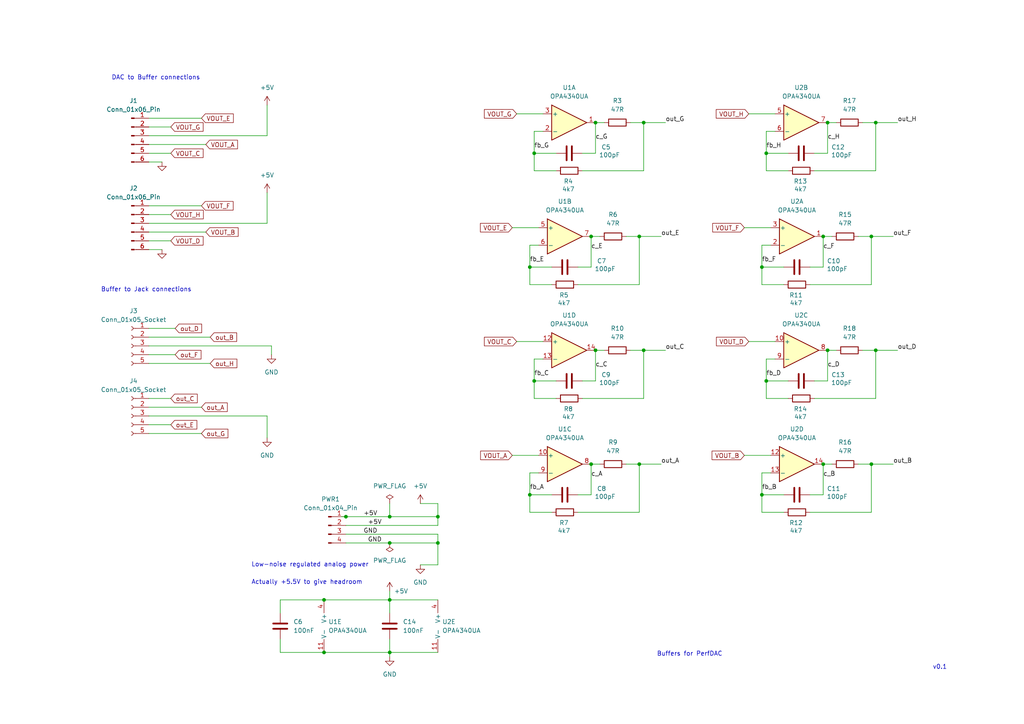
<source format=kicad_sch>
(kicad_sch
	(version 20231120)
	(generator "eeschema")
	(generator_version "8.0")
	(uuid "37c8b475-a33a-43b9-b0a1-189bd7ff7592")
	(paper "A4")
	(lib_symbols
		(symbol "Amplifier_Operational:OPA4340UA"
			(pin_names
				(offset 0.127)
			)
			(exclude_from_sim no)
			(in_bom yes)
			(on_board yes)
			(property "Reference" "U"
				(at 0 5.08 0)
				(effects
					(font
						(size 1.27 1.27)
					)
					(justify left)
				)
			)
			(property "Value" "OPA4340UA"
				(at 0 -5.08 0)
				(effects
					(font
						(size 1.27 1.27)
					)
					(justify left)
				)
			)
			(property "Footprint" ""
				(at -1.27 2.54 0)
				(effects
					(font
						(size 1.27 1.27)
					)
					(hide yes)
				)
			)
			(property "Datasheet" "http://www.ti.com/lit/ds/symlink/opa340.pdf"
				(at 1.27 5.08 0)
				(effects
					(font
						(size 1.27 1.27)
					)
					(hide yes)
				)
			)
			(property "Description" "Quad Single-Supply, Rail-to-Rail Operational Amplifier, MicroAmplifier Series, SOIC-14"
				(at 0 0 0)
				(effects
					(font
						(size 1.27 1.27)
					)
					(hide yes)
				)
			)
			(property "ki_locked" ""
				(at 0 0 0)
				(effects
					(font
						(size 1.27 1.27)
					)
				)
			)
			(property "ki_keywords" "quad opamp"
				(at 0 0 0)
				(effects
					(font
						(size 1.27 1.27)
					)
					(hide yes)
				)
			)
			(property "ki_fp_filters" "SOIC*3.9x8.7mm*P1.27mm* DIP*W7.62mm* TSSOP*4.4x5mm*P0.65mm* SSOP*5.3x6.2mm*P0.65mm* MSOP*3x3mm*P0.5mm*"
				(at 0 0 0)
				(effects
					(font
						(size 1.27 1.27)
					)
					(hide yes)
				)
			)
			(symbol "OPA4340UA_1_1"
				(polyline
					(pts
						(xy -5.08 5.08) (xy 5.08 0) (xy -5.08 -5.08) (xy -5.08 5.08)
					)
					(stroke
						(width 0.254)
						(type default)
					)
					(fill
						(type background)
					)
				)
				(pin output line
					(at 7.62 0 180)
					(length 2.54)
					(name "~"
						(effects
							(font
								(size 1.27 1.27)
							)
						)
					)
					(number "1"
						(effects
							(font
								(size 1.27 1.27)
							)
						)
					)
				)
				(pin input line
					(at -7.62 -2.54 0)
					(length 2.54)
					(name "-"
						(effects
							(font
								(size 1.27 1.27)
							)
						)
					)
					(number "2"
						(effects
							(font
								(size 1.27 1.27)
							)
						)
					)
				)
				(pin input line
					(at -7.62 2.54 0)
					(length 2.54)
					(name "+"
						(effects
							(font
								(size 1.27 1.27)
							)
						)
					)
					(number "3"
						(effects
							(font
								(size 1.27 1.27)
							)
						)
					)
				)
			)
			(symbol "OPA4340UA_2_1"
				(polyline
					(pts
						(xy -5.08 5.08) (xy 5.08 0) (xy -5.08 -5.08) (xy -5.08 5.08)
					)
					(stroke
						(width 0.254)
						(type default)
					)
					(fill
						(type background)
					)
				)
				(pin input line
					(at -7.62 2.54 0)
					(length 2.54)
					(name "+"
						(effects
							(font
								(size 1.27 1.27)
							)
						)
					)
					(number "5"
						(effects
							(font
								(size 1.27 1.27)
							)
						)
					)
				)
				(pin input line
					(at -7.62 -2.54 0)
					(length 2.54)
					(name "-"
						(effects
							(font
								(size 1.27 1.27)
							)
						)
					)
					(number "6"
						(effects
							(font
								(size 1.27 1.27)
							)
						)
					)
				)
				(pin output line
					(at 7.62 0 180)
					(length 2.54)
					(name "~"
						(effects
							(font
								(size 1.27 1.27)
							)
						)
					)
					(number "7"
						(effects
							(font
								(size 1.27 1.27)
							)
						)
					)
				)
			)
			(symbol "OPA4340UA_3_1"
				(polyline
					(pts
						(xy -5.08 5.08) (xy 5.08 0) (xy -5.08 -5.08) (xy -5.08 5.08)
					)
					(stroke
						(width 0.254)
						(type default)
					)
					(fill
						(type background)
					)
				)
				(pin input line
					(at -7.62 2.54 0)
					(length 2.54)
					(name "+"
						(effects
							(font
								(size 1.27 1.27)
							)
						)
					)
					(number "10"
						(effects
							(font
								(size 1.27 1.27)
							)
						)
					)
				)
				(pin output line
					(at 7.62 0 180)
					(length 2.54)
					(name "~"
						(effects
							(font
								(size 1.27 1.27)
							)
						)
					)
					(number "8"
						(effects
							(font
								(size 1.27 1.27)
							)
						)
					)
				)
				(pin input line
					(at -7.62 -2.54 0)
					(length 2.54)
					(name "-"
						(effects
							(font
								(size 1.27 1.27)
							)
						)
					)
					(number "9"
						(effects
							(font
								(size 1.27 1.27)
							)
						)
					)
				)
			)
			(symbol "OPA4340UA_4_1"
				(polyline
					(pts
						(xy -5.08 5.08) (xy 5.08 0) (xy -5.08 -5.08) (xy -5.08 5.08)
					)
					(stroke
						(width 0.254)
						(type default)
					)
					(fill
						(type background)
					)
				)
				(pin input line
					(at -7.62 2.54 0)
					(length 2.54)
					(name "+"
						(effects
							(font
								(size 1.27 1.27)
							)
						)
					)
					(number "12"
						(effects
							(font
								(size 1.27 1.27)
							)
						)
					)
				)
				(pin input line
					(at -7.62 -2.54 0)
					(length 2.54)
					(name "-"
						(effects
							(font
								(size 1.27 1.27)
							)
						)
					)
					(number "13"
						(effects
							(font
								(size 1.27 1.27)
							)
						)
					)
				)
				(pin output line
					(at 7.62 0 180)
					(length 2.54)
					(name "~"
						(effects
							(font
								(size 1.27 1.27)
							)
						)
					)
					(number "14"
						(effects
							(font
								(size 1.27 1.27)
							)
						)
					)
				)
			)
			(symbol "OPA4340UA_5_1"
				(pin power_in line
					(at -2.54 -7.62 90)
					(length 3.81)
					(name "V-"
						(effects
							(font
								(size 1.27 1.27)
							)
						)
					)
					(number "11"
						(effects
							(font
								(size 1.27 1.27)
							)
						)
					)
				)
				(pin power_in line
					(at -2.54 7.62 270)
					(length 3.81)
					(name "V+"
						(effects
							(font
								(size 1.27 1.27)
							)
						)
					)
					(number "4"
						(effects
							(font
								(size 1.27 1.27)
							)
						)
					)
				)
			)
		)
		(symbol "Connector:Conn_01x04_Pin"
			(pin_names
				(offset 1.016) hide)
			(exclude_from_sim no)
			(in_bom yes)
			(on_board yes)
			(property "Reference" "J"
				(at 0 5.08 0)
				(effects
					(font
						(size 1.27 1.27)
					)
				)
			)
			(property "Value" "Conn_01x04_Pin"
				(at 0 -7.62 0)
				(effects
					(font
						(size 1.27 1.27)
					)
				)
			)
			(property "Footprint" ""
				(at 0 0 0)
				(effects
					(font
						(size 1.27 1.27)
					)
					(hide yes)
				)
			)
			(property "Datasheet" "~"
				(at 0 0 0)
				(effects
					(font
						(size 1.27 1.27)
					)
					(hide yes)
				)
			)
			(property "Description" "Generic connector, single row, 01x04, script generated"
				(at 0 0 0)
				(effects
					(font
						(size 1.27 1.27)
					)
					(hide yes)
				)
			)
			(property "ki_locked" ""
				(at 0 0 0)
				(effects
					(font
						(size 1.27 1.27)
					)
				)
			)
			(property "ki_keywords" "connector"
				(at 0 0 0)
				(effects
					(font
						(size 1.27 1.27)
					)
					(hide yes)
				)
			)
			(property "ki_fp_filters" "Connector*:*_1x??_*"
				(at 0 0 0)
				(effects
					(font
						(size 1.27 1.27)
					)
					(hide yes)
				)
			)
			(symbol "Conn_01x04_Pin_1_1"
				(polyline
					(pts
						(xy 1.27 -5.08) (xy 0.8636 -5.08)
					)
					(stroke
						(width 0.1524)
						(type default)
					)
					(fill
						(type none)
					)
				)
				(polyline
					(pts
						(xy 1.27 -2.54) (xy 0.8636 -2.54)
					)
					(stroke
						(width 0.1524)
						(type default)
					)
					(fill
						(type none)
					)
				)
				(polyline
					(pts
						(xy 1.27 0) (xy 0.8636 0)
					)
					(stroke
						(width 0.1524)
						(type default)
					)
					(fill
						(type none)
					)
				)
				(polyline
					(pts
						(xy 1.27 2.54) (xy 0.8636 2.54)
					)
					(stroke
						(width 0.1524)
						(type default)
					)
					(fill
						(type none)
					)
				)
				(rectangle
					(start 0.8636 -4.953)
					(end 0 -5.207)
					(stroke
						(width 0.1524)
						(type default)
					)
					(fill
						(type outline)
					)
				)
				(rectangle
					(start 0.8636 -2.413)
					(end 0 -2.667)
					(stroke
						(width 0.1524)
						(type default)
					)
					(fill
						(type outline)
					)
				)
				(rectangle
					(start 0.8636 0.127)
					(end 0 -0.127)
					(stroke
						(width 0.1524)
						(type default)
					)
					(fill
						(type outline)
					)
				)
				(rectangle
					(start 0.8636 2.667)
					(end 0 2.413)
					(stroke
						(width 0.1524)
						(type default)
					)
					(fill
						(type outline)
					)
				)
				(pin passive line
					(at 5.08 2.54 180)
					(length 3.81)
					(name "Pin_1"
						(effects
							(font
								(size 1.27 1.27)
							)
						)
					)
					(number "1"
						(effects
							(font
								(size 1.27 1.27)
							)
						)
					)
				)
				(pin passive line
					(at 5.08 0 180)
					(length 3.81)
					(name "Pin_2"
						(effects
							(font
								(size 1.27 1.27)
							)
						)
					)
					(number "2"
						(effects
							(font
								(size 1.27 1.27)
							)
						)
					)
				)
				(pin passive line
					(at 5.08 -2.54 180)
					(length 3.81)
					(name "Pin_3"
						(effects
							(font
								(size 1.27 1.27)
							)
						)
					)
					(number "3"
						(effects
							(font
								(size 1.27 1.27)
							)
						)
					)
				)
				(pin passive line
					(at 5.08 -5.08 180)
					(length 3.81)
					(name "Pin_4"
						(effects
							(font
								(size 1.27 1.27)
							)
						)
					)
					(number "4"
						(effects
							(font
								(size 1.27 1.27)
							)
						)
					)
				)
			)
		)
		(symbol "Connector:Conn_01x05_Socket"
			(pin_names
				(offset 1.016) hide)
			(exclude_from_sim no)
			(in_bom yes)
			(on_board yes)
			(property "Reference" "J"
				(at 0 7.62 0)
				(effects
					(font
						(size 1.27 1.27)
					)
				)
			)
			(property "Value" "Conn_01x05_Socket"
				(at 0 -7.62 0)
				(effects
					(font
						(size 1.27 1.27)
					)
				)
			)
			(property "Footprint" ""
				(at 0 0 0)
				(effects
					(font
						(size 1.27 1.27)
					)
					(hide yes)
				)
			)
			(property "Datasheet" "~"
				(at 0 0 0)
				(effects
					(font
						(size 1.27 1.27)
					)
					(hide yes)
				)
			)
			(property "Description" "Generic connector, single row, 01x05, script generated"
				(at 0 0 0)
				(effects
					(font
						(size 1.27 1.27)
					)
					(hide yes)
				)
			)
			(property "ki_locked" ""
				(at 0 0 0)
				(effects
					(font
						(size 1.27 1.27)
					)
				)
			)
			(property "ki_keywords" "connector"
				(at 0 0 0)
				(effects
					(font
						(size 1.27 1.27)
					)
					(hide yes)
				)
			)
			(property "ki_fp_filters" "Connector*:*_1x??_*"
				(at 0 0 0)
				(effects
					(font
						(size 1.27 1.27)
					)
					(hide yes)
				)
			)
			(symbol "Conn_01x05_Socket_1_1"
				(arc
					(start 0 -4.572)
					(mid -0.5058 -5.08)
					(end 0 -5.588)
					(stroke
						(width 0.1524)
						(type default)
					)
					(fill
						(type none)
					)
				)
				(arc
					(start 0 -2.032)
					(mid -0.5058 -2.54)
					(end 0 -3.048)
					(stroke
						(width 0.1524)
						(type default)
					)
					(fill
						(type none)
					)
				)
				(polyline
					(pts
						(xy -1.27 -5.08) (xy -0.508 -5.08)
					)
					(stroke
						(width 0.1524)
						(type default)
					)
					(fill
						(type none)
					)
				)
				(polyline
					(pts
						(xy -1.27 -2.54) (xy -0.508 -2.54)
					)
					(stroke
						(width 0.1524)
						(type default)
					)
					(fill
						(type none)
					)
				)
				(polyline
					(pts
						(xy -1.27 0) (xy -0.508 0)
					)
					(stroke
						(width 0.1524)
						(type default)
					)
					(fill
						(type none)
					)
				)
				(polyline
					(pts
						(xy -1.27 2.54) (xy -0.508 2.54)
					)
					(stroke
						(width 0.1524)
						(type default)
					)
					(fill
						(type none)
					)
				)
				(polyline
					(pts
						(xy -1.27 5.08) (xy -0.508 5.08)
					)
					(stroke
						(width 0.1524)
						(type default)
					)
					(fill
						(type none)
					)
				)
				(arc
					(start 0 0.508)
					(mid -0.5058 0)
					(end 0 -0.508)
					(stroke
						(width 0.1524)
						(type default)
					)
					(fill
						(type none)
					)
				)
				(arc
					(start 0 3.048)
					(mid -0.5058 2.54)
					(end 0 2.032)
					(stroke
						(width 0.1524)
						(type default)
					)
					(fill
						(type none)
					)
				)
				(arc
					(start 0 5.588)
					(mid -0.5058 5.08)
					(end 0 4.572)
					(stroke
						(width 0.1524)
						(type default)
					)
					(fill
						(type none)
					)
				)
				(pin passive line
					(at -5.08 5.08 0)
					(length 3.81)
					(name "Pin_1"
						(effects
							(font
								(size 1.27 1.27)
							)
						)
					)
					(number "1"
						(effects
							(font
								(size 1.27 1.27)
							)
						)
					)
				)
				(pin passive line
					(at -5.08 2.54 0)
					(length 3.81)
					(name "Pin_2"
						(effects
							(font
								(size 1.27 1.27)
							)
						)
					)
					(number "2"
						(effects
							(font
								(size 1.27 1.27)
							)
						)
					)
				)
				(pin passive line
					(at -5.08 0 0)
					(length 3.81)
					(name "Pin_3"
						(effects
							(font
								(size 1.27 1.27)
							)
						)
					)
					(number "3"
						(effects
							(font
								(size 1.27 1.27)
							)
						)
					)
				)
				(pin passive line
					(at -5.08 -2.54 0)
					(length 3.81)
					(name "Pin_4"
						(effects
							(font
								(size 1.27 1.27)
							)
						)
					)
					(number "4"
						(effects
							(font
								(size 1.27 1.27)
							)
						)
					)
				)
				(pin passive line
					(at -5.08 -5.08 0)
					(length 3.81)
					(name "Pin_5"
						(effects
							(font
								(size 1.27 1.27)
							)
						)
					)
					(number "5"
						(effects
							(font
								(size 1.27 1.27)
							)
						)
					)
				)
			)
		)
		(symbol "Connector:Conn_01x06_Pin"
			(pin_names
				(offset 1.016) hide)
			(exclude_from_sim no)
			(in_bom yes)
			(on_board yes)
			(property "Reference" "J"
				(at 0 7.62 0)
				(effects
					(font
						(size 1.27 1.27)
					)
				)
			)
			(property "Value" "Conn_01x06_Pin"
				(at 0 -10.16 0)
				(effects
					(font
						(size 1.27 1.27)
					)
				)
			)
			(property "Footprint" ""
				(at 0 0 0)
				(effects
					(font
						(size 1.27 1.27)
					)
					(hide yes)
				)
			)
			(property "Datasheet" "~"
				(at 0 0 0)
				(effects
					(font
						(size 1.27 1.27)
					)
					(hide yes)
				)
			)
			(property "Description" "Generic connector, single row, 01x06, script generated"
				(at 0 0 0)
				(effects
					(font
						(size 1.27 1.27)
					)
					(hide yes)
				)
			)
			(property "ki_locked" ""
				(at 0 0 0)
				(effects
					(font
						(size 1.27 1.27)
					)
				)
			)
			(property "ki_keywords" "connector"
				(at 0 0 0)
				(effects
					(font
						(size 1.27 1.27)
					)
					(hide yes)
				)
			)
			(property "ki_fp_filters" "Connector*:*_1x??_*"
				(at 0 0 0)
				(effects
					(font
						(size 1.27 1.27)
					)
					(hide yes)
				)
			)
			(symbol "Conn_01x06_Pin_1_1"
				(polyline
					(pts
						(xy 1.27 -7.62) (xy 0.8636 -7.62)
					)
					(stroke
						(width 0.1524)
						(type default)
					)
					(fill
						(type none)
					)
				)
				(polyline
					(pts
						(xy 1.27 -5.08) (xy 0.8636 -5.08)
					)
					(stroke
						(width 0.1524)
						(type default)
					)
					(fill
						(type none)
					)
				)
				(polyline
					(pts
						(xy 1.27 -2.54) (xy 0.8636 -2.54)
					)
					(stroke
						(width 0.1524)
						(type default)
					)
					(fill
						(type none)
					)
				)
				(polyline
					(pts
						(xy 1.27 0) (xy 0.8636 0)
					)
					(stroke
						(width 0.1524)
						(type default)
					)
					(fill
						(type none)
					)
				)
				(polyline
					(pts
						(xy 1.27 2.54) (xy 0.8636 2.54)
					)
					(stroke
						(width 0.1524)
						(type default)
					)
					(fill
						(type none)
					)
				)
				(polyline
					(pts
						(xy 1.27 5.08) (xy 0.8636 5.08)
					)
					(stroke
						(width 0.1524)
						(type default)
					)
					(fill
						(type none)
					)
				)
				(rectangle
					(start 0.8636 -7.493)
					(end 0 -7.747)
					(stroke
						(width 0.1524)
						(type default)
					)
					(fill
						(type outline)
					)
				)
				(rectangle
					(start 0.8636 -4.953)
					(end 0 -5.207)
					(stroke
						(width 0.1524)
						(type default)
					)
					(fill
						(type outline)
					)
				)
				(rectangle
					(start 0.8636 -2.413)
					(end 0 -2.667)
					(stroke
						(width 0.1524)
						(type default)
					)
					(fill
						(type outline)
					)
				)
				(rectangle
					(start 0.8636 0.127)
					(end 0 -0.127)
					(stroke
						(width 0.1524)
						(type default)
					)
					(fill
						(type outline)
					)
				)
				(rectangle
					(start 0.8636 2.667)
					(end 0 2.413)
					(stroke
						(width 0.1524)
						(type default)
					)
					(fill
						(type outline)
					)
				)
				(rectangle
					(start 0.8636 5.207)
					(end 0 4.953)
					(stroke
						(width 0.1524)
						(type default)
					)
					(fill
						(type outline)
					)
				)
				(pin passive line
					(at 5.08 5.08 180)
					(length 3.81)
					(name "Pin_1"
						(effects
							(font
								(size 1.27 1.27)
							)
						)
					)
					(number "1"
						(effects
							(font
								(size 1.27 1.27)
							)
						)
					)
				)
				(pin passive line
					(at 5.08 2.54 180)
					(length 3.81)
					(name "Pin_2"
						(effects
							(font
								(size 1.27 1.27)
							)
						)
					)
					(number "2"
						(effects
							(font
								(size 1.27 1.27)
							)
						)
					)
				)
				(pin passive line
					(at 5.08 0 180)
					(length 3.81)
					(name "Pin_3"
						(effects
							(font
								(size 1.27 1.27)
							)
						)
					)
					(number "3"
						(effects
							(font
								(size 1.27 1.27)
							)
						)
					)
				)
				(pin passive line
					(at 5.08 -2.54 180)
					(length 3.81)
					(name "Pin_4"
						(effects
							(font
								(size 1.27 1.27)
							)
						)
					)
					(number "4"
						(effects
							(font
								(size 1.27 1.27)
							)
						)
					)
				)
				(pin passive line
					(at 5.08 -5.08 180)
					(length 3.81)
					(name "Pin_5"
						(effects
							(font
								(size 1.27 1.27)
							)
						)
					)
					(number "5"
						(effects
							(font
								(size 1.27 1.27)
							)
						)
					)
				)
				(pin passive line
					(at 5.08 -7.62 180)
					(length 3.81)
					(name "Pin_6"
						(effects
							(font
								(size 1.27 1.27)
							)
						)
					)
					(number "6"
						(effects
							(font
								(size 1.27 1.27)
							)
						)
					)
				)
			)
		)
		(symbol "Device:C"
			(pin_numbers hide)
			(pin_names
				(offset 0.254)
			)
			(exclude_from_sim no)
			(in_bom yes)
			(on_board yes)
			(property "Reference" "C"
				(at 0.635 2.54 0)
				(effects
					(font
						(size 1.27 1.27)
					)
					(justify left)
				)
			)
			(property "Value" "C"
				(at 0.635 -2.54 0)
				(effects
					(font
						(size 1.27 1.27)
					)
					(justify left)
				)
			)
			(property "Footprint" ""
				(at 0.9652 -3.81 0)
				(effects
					(font
						(size 1.27 1.27)
					)
					(hide yes)
				)
			)
			(property "Datasheet" "~"
				(at 0 0 0)
				(effects
					(font
						(size 1.27 1.27)
					)
					(hide yes)
				)
			)
			(property "Description" "Unpolarized capacitor"
				(at 0 0 0)
				(effects
					(font
						(size 1.27 1.27)
					)
					(hide yes)
				)
			)
			(property "ki_keywords" "cap capacitor"
				(at 0 0 0)
				(effects
					(font
						(size 1.27 1.27)
					)
					(hide yes)
				)
			)
			(property "ki_fp_filters" "C_*"
				(at 0 0 0)
				(effects
					(font
						(size 1.27 1.27)
					)
					(hide yes)
				)
			)
			(symbol "C_0_1"
				(polyline
					(pts
						(xy -2.032 -0.762) (xy 2.032 -0.762)
					)
					(stroke
						(width 0.508)
						(type default)
					)
					(fill
						(type none)
					)
				)
				(polyline
					(pts
						(xy -2.032 0.762) (xy 2.032 0.762)
					)
					(stroke
						(width 0.508)
						(type default)
					)
					(fill
						(type none)
					)
				)
			)
			(symbol "C_1_1"
				(pin passive line
					(at 0 3.81 270)
					(length 2.794)
					(name "~"
						(effects
							(font
								(size 1.27 1.27)
							)
						)
					)
					(number "1"
						(effects
							(font
								(size 1.27 1.27)
							)
						)
					)
				)
				(pin passive line
					(at 0 -3.81 90)
					(length 2.794)
					(name "~"
						(effects
							(font
								(size 1.27 1.27)
							)
						)
					)
					(number "2"
						(effects
							(font
								(size 1.27 1.27)
							)
						)
					)
				)
			)
		)
		(symbol "Device:R"
			(pin_numbers hide)
			(pin_names
				(offset 0)
			)
			(exclude_from_sim no)
			(in_bom yes)
			(on_board yes)
			(property "Reference" "R"
				(at 2.032 0 90)
				(effects
					(font
						(size 1.27 1.27)
					)
				)
			)
			(property "Value" "R"
				(at 0 0 90)
				(effects
					(font
						(size 1.27 1.27)
					)
				)
			)
			(property "Footprint" ""
				(at -1.778 0 90)
				(effects
					(font
						(size 1.27 1.27)
					)
					(hide yes)
				)
			)
			(property "Datasheet" "~"
				(at 0 0 0)
				(effects
					(font
						(size 1.27 1.27)
					)
					(hide yes)
				)
			)
			(property "Description" "Resistor"
				(at 0 0 0)
				(effects
					(font
						(size 1.27 1.27)
					)
					(hide yes)
				)
			)
			(property "ki_keywords" "R res resistor"
				(at 0 0 0)
				(effects
					(font
						(size 1.27 1.27)
					)
					(hide yes)
				)
			)
			(property "ki_fp_filters" "R_*"
				(at 0 0 0)
				(effects
					(font
						(size 1.27 1.27)
					)
					(hide yes)
				)
			)
			(symbol "R_0_1"
				(rectangle
					(start -1.016 -2.54)
					(end 1.016 2.54)
					(stroke
						(width 0.254)
						(type default)
					)
					(fill
						(type none)
					)
				)
			)
			(symbol "R_1_1"
				(pin passive line
					(at 0 3.81 270)
					(length 1.27)
					(name "~"
						(effects
							(font
								(size 1.27 1.27)
							)
						)
					)
					(number "1"
						(effects
							(font
								(size 1.27 1.27)
							)
						)
					)
				)
				(pin passive line
					(at 0 -3.81 90)
					(length 1.27)
					(name "~"
						(effects
							(font
								(size 1.27 1.27)
							)
						)
					)
					(number "2"
						(effects
							(font
								(size 1.27 1.27)
							)
						)
					)
				)
			)
		)
		(symbol "PWR_FLAG_1"
			(power)
			(pin_numbers hide)
			(pin_names
				(offset 0) hide)
			(exclude_from_sim no)
			(in_bom yes)
			(on_board yes)
			(property "Reference" "#FLG"
				(at 0 1.905 0)
				(effects
					(font
						(size 1.27 1.27)
					)
					(hide yes)
				)
			)
			(property "Value" "PWR_FLAG"
				(at 0 3.81 0)
				(effects
					(font
						(size 1.27 1.27)
					)
				)
			)
			(property "Footprint" ""
				(at 0 0 0)
				(effects
					(font
						(size 1.27 1.27)
					)
					(hide yes)
				)
			)
			(property "Datasheet" "~"
				(at 0 0 0)
				(effects
					(font
						(size 1.27 1.27)
					)
					(hide yes)
				)
			)
			(property "Description" "Special symbol for telling ERC where power comes from"
				(at 0 0 0)
				(effects
					(font
						(size 1.27 1.27)
					)
					(hide yes)
				)
			)
			(property "ki_keywords" "flag power"
				(at 0 0 0)
				(effects
					(font
						(size 1.27 1.27)
					)
					(hide yes)
				)
			)
			(symbol "PWR_FLAG_1_0_0"
				(pin power_out line
					(at 0 0 90)
					(length 0)
					(name "~"
						(effects
							(font
								(size 1.27 1.27)
							)
						)
					)
					(number "1"
						(effects
							(font
								(size 1.27 1.27)
							)
						)
					)
				)
			)
			(symbol "PWR_FLAG_1_0_1"
				(polyline
					(pts
						(xy 0 0) (xy 0 1.27) (xy -1.016 1.905) (xy 0 2.54) (xy 1.016 1.905) (xy 0 1.27)
					)
					(stroke
						(width 0)
						(type default)
					)
					(fill
						(type none)
					)
				)
			)
		)
		(symbol "power:+5V"
			(power)
			(pin_names
				(offset 0)
			)
			(exclude_from_sim no)
			(in_bom yes)
			(on_board yes)
			(property "Reference" "#PWR"
				(at 0 -3.81 0)
				(effects
					(font
						(size 1.27 1.27)
					)
					(hide yes)
				)
			)
			(property "Value" "+5V"
				(at 0 3.556 0)
				(effects
					(font
						(size 1.27 1.27)
					)
				)
			)
			(property "Footprint" ""
				(at 0 0 0)
				(effects
					(font
						(size 1.27 1.27)
					)
					(hide yes)
				)
			)
			(property "Datasheet" ""
				(at 0 0 0)
				(effects
					(font
						(size 1.27 1.27)
					)
					(hide yes)
				)
			)
			(property "Description" "Power symbol creates a global label with name \"+5V\""
				(at 0 0 0)
				(effects
					(font
						(size 1.27 1.27)
					)
					(hide yes)
				)
			)
			(property "ki_keywords" "global power"
				(at 0 0 0)
				(effects
					(font
						(size 1.27 1.27)
					)
					(hide yes)
				)
			)
			(symbol "+5V_0_1"
				(polyline
					(pts
						(xy -0.762 1.27) (xy 0 2.54)
					)
					(stroke
						(width 0)
						(type default)
					)
					(fill
						(type none)
					)
				)
				(polyline
					(pts
						(xy 0 0) (xy 0 2.54)
					)
					(stroke
						(width 0)
						(type default)
					)
					(fill
						(type none)
					)
				)
				(polyline
					(pts
						(xy 0 2.54) (xy 0.762 1.27)
					)
					(stroke
						(width 0)
						(type default)
					)
					(fill
						(type none)
					)
				)
			)
			(symbol "+5V_1_1"
				(pin power_in line
					(at 0 0 90)
					(length 0) hide
					(name "+5V"
						(effects
							(font
								(size 1.27 1.27)
							)
						)
					)
					(number "1"
						(effects
							(font
								(size 1.27 1.27)
							)
						)
					)
				)
			)
		)
		(symbol "power:GND"
			(power)
			(pin_names
				(offset 0)
			)
			(exclude_from_sim no)
			(in_bom yes)
			(on_board yes)
			(property "Reference" "#PWR"
				(at 0 -6.35 0)
				(effects
					(font
						(size 1.27 1.27)
					)
					(hide yes)
				)
			)
			(property "Value" "GND"
				(at 0 -3.81 0)
				(effects
					(font
						(size 1.27 1.27)
					)
				)
			)
			(property "Footprint" ""
				(at 0 0 0)
				(effects
					(font
						(size 1.27 1.27)
					)
					(hide yes)
				)
			)
			(property "Datasheet" ""
				(at 0 0 0)
				(effects
					(font
						(size 1.27 1.27)
					)
					(hide yes)
				)
			)
			(property "Description" "Power symbol creates a global label with name \"GND\" , ground"
				(at 0 0 0)
				(effects
					(font
						(size 1.27 1.27)
					)
					(hide yes)
				)
			)
			(property "ki_keywords" "global power"
				(at 0 0 0)
				(effects
					(font
						(size 1.27 1.27)
					)
					(hide yes)
				)
			)
			(symbol "GND_0_1"
				(polyline
					(pts
						(xy 0 0) (xy 0 -1.27) (xy 1.27 -1.27) (xy 0 -2.54) (xy -1.27 -1.27) (xy 0 -1.27)
					)
					(stroke
						(width 0)
						(type default)
					)
					(fill
						(type none)
					)
				)
			)
			(symbol "GND_1_1"
				(pin power_in line
					(at 0 0 270)
					(length 0) hide
					(name "GND"
						(effects
							(font
								(size 1.27 1.27)
							)
						)
					)
					(number "1"
						(effects
							(font
								(size 1.27 1.27)
							)
						)
					)
				)
			)
		)
		(symbol "power:PWR_FLAG"
			(power)
			(pin_numbers hide)
			(pin_names
				(offset 0) hide)
			(exclude_from_sim no)
			(in_bom yes)
			(on_board yes)
			(property "Reference" "#FLG"
				(at 0 1.905 0)
				(effects
					(font
						(size 1.27 1.27)
					)
					(hide yes)
				)
			)
			(property "Value" "PWR_FLAG"
				(at 0 3.81 0)
				(effects
					(font
						(size 1.27 1.27)
					)
				)
			)
			(property "Footprint" ""
				(at 0 0 0)
				(effects
					(font
						(size 1.27 1.27)
					)
					(hide yes)
				)
			)
			(property "Datasheet" "~"
				(at 0 0 0)
				(effects
					(font
						(size 1.27 1.27)
					)
					(hide yes)
				)
			)
			(property "Description" "Special symbol for telling ERC where power comes from"
				(at 0 0 0)
				(effects
					(font
						(size 1.27 1.27)
					)
					(hide yes)
				)
			)
			(property "ki_keywords" "flag power"
				(at 0 0 0)
				(effects
					(font
						(size 1.27 1.27)
					)
					(hide yes)
				)
			)
			(symbol "PWR_FLAG_0_0"
				(pin power_out line
					(at 0 0 90)
					(length 0)
					(name "pwr"
						(effects
							(font
								(size 1.27 1.27)
							)
						)
					)
					(number "1"
						(effects
							(font
								(size 1.27 1.27)
							)
						)
					)
				)
			)
			(symbol "PWR_FLAG_0_1"
				(polyline
					(pts
						(xy 0 0) (xy 0 1.27) (xy -1.016 1.905) (xy 0 2.54) (xy 1.016 1.905) (xy 0 1.27)
					)
					(stroke
						(width 0)
						(type default)
					)
					(fill
						(type none)
					)
				)
			)
		)
	)
	(junction
		(at 254 35.56)
		(diameter 0)
		(color 0 0 0 0)
		(uuid "0cfc1879-d0a1-4e8f-a73f-2e9ed3aa4395")
	)
	(junction
		(at 172.72 35.56)
		(diameter 0)
		(color 0 0 0 0)
		(uuid "16d9096e-4d51-4316-993d-5265cf2b42f2")
	)
	(junction
		(at 222.25 44.45)
		(diameter 0)
		(color 0 0 0 0)
		(uuid "1cab5357-7b68-4a3e-aa05-2a22486654df")
	)
	(junction
		(at 113.03 149.86)
		(diameter 0)
		(color 0 0 0 0)
		(uuid "1f831642-600d-4b83-8657-502b24626f95")
	)
	(junction
		(at 240.03 35.56)
		(diameter 0)
		(color 0 0 0 0)
		(uuid "2690661c-d46a-4ba7-8916-d2c869f9a22e")
	)
	(junction
		(at 153.67 77.47)
		(diameter 0)
		(color 0 0 0 0)
		(uuid "2ddc23dc-96db-4111-9880-ce59895084f8")
	)
	(junction
		(at 240.03 101.6)
		(diameter 0)
		(color 0 0 0 0)
		(uuid "38be7bf9-e130-4219-99bb-820603ae3d16")
	)
	(junction
		(at 93.98 173.99)
		(diameter 0)
		(color 0 0 0 0)
		(uuid "3eeb551b-4f2a-4105-90ce-38175fee1bcf")
	)
	(junction
		(at 100.33 149.86)
		(diameter 0)
		(color 0 0 0 0)
		(uuid "3ef4d9f0-248e-4298-af92-898849d034ff")
	)
	(junction
		(at 113.03 157.48)
		(diameter 0)
		(color 0 0 0 0)
		(uuid "57c3c7a4-6e54-4d16-9087-2922f8c86ee9")
	)
	(junction
		(at 238.76 68.58)
		(diameter 0)
		(color 0 0 0 0)
		(uuid "59a0b8a1-b1fa-43ba-950b-9e13d5f3074d")
	)
	(junction
		(at 93.98 189.23)
		(diameter 0)
		(color 0 0 0 0)
		(uuid "5fb60625-edb5-4012-8d7e-1462d07d2d05")
	)
	(junction
		(at 113.03 173.99)
		(diameter 0)
		(color 0 0 0 0)
		(uuid "60cbc6c1-2ccf-4cf9-aa3e-09891ff4fed6")
	)
	(junction
		(at 186.69 101.6)
		(diameter 0)
		(color 0 0 0 0)
		(uuid "64ef4c5b-0d86-4cd8-b4fc-cfdc4b85e8ae")
	)
	(junction
		(at 127 157.48)
		(diameter 0)
		(color 0 0 0 0)
		(uuid "72a6f608-f94e-44b0-939d-8f5e4666bbfd")
	)
	(junction
		(at 127 149.86)
		(diameter 0)
		(color 0 0 0 0)
		(uuid "7b62dd86-6970-4496-b7b8-64827d7a3359")
	)
	(junction
		(at 220.98 143.51)
		(diameter 0)
		(color 0 0 0 0)
		(uuid "7dc3b231-5c7b-47e1-a883-e2cc050ffe6a")
	)
	(junction
		(at 171.45 68.58)
		(diameter 0)
		(color 0 0 0 0)
		(uuid "7dc6667f-2a7a-4d85-a706-69c6724516e2")
	)
	(junction
		(at 185.42 134.62)
		(diameter 0)
		(color 0 0 0 0)
		(uuid "9c51f598-d690-4372-b4d8-68b98238221f")
	)
	(junction
		(at 252.73 68.58)
		(diameter 0)
		(color 0 0 0 0)
		(uuid "9d2a93a6-40d4-4536-aeb9-cdc365b9c37c")
	)
	(junction
		(at 186.69 35.56)
		(diameter 0)
		(color 0 0 0 0)
		(uuid "a47d8a6b-0672-465a-8df2-99f1b338cbe4")
	)
	(junction
		(at 153.67 143.51)
		(diameter 0)
		(color 0 0 0 0)
		(uuid "a4a2b7ae-3f20-460f-8c82-d11e370a8648")
	)
	(junction
		(at 172.72 101.6)
		(diameter 0)
		(color 0 0 0 0)
		(uuid "a9b23bc1-4ec4-4c98-927d-073444ccd3cd")
	)
	(junction
		(at 113.03 189.23)
		(diameter 0)
		(color 0 0 0 0)
		(uuid "d8571432-4655-49f2-a008-ae8aa9496f44")
	)
	(junction
		(at 171.45 134.62)
		(diameter 0)
		(color 0 0 0 0)
		(uuid "d9365b8b-abbb-4ae9-a183-37cf01b12555")
	)
	(junction
		(at 154.94 44.45)
		(diameter 0)
		(color 0 0 0 0)
		(uuid "e7a7df01-e3f0-4fbf-8a46-fa81747af520")
	)
	(junction
		(at 238.76 134.62)
		(diameter 0)
		(color 0 0 0 0)
		(uuid "e89ef6f0-8fb0-497d-91fa-319e5feae081")
	)
	(junction
		(at 222.25 110.49)
		(diameter 0)
		(color 0 0 0 0)
		(uuid "eb3b0692-ccee-47fd-8e20-3e365455aec7")
	)
	(junction
		(at 154.94 110.49)
		(diameter 0)
		(color 0 0 0 0)
		(uuid "edf6454e-794f-48bf-9fe7-db521e2b5bd5")
	)
	(junction
		(at 254 101.6)
		(diameter 0)
		(color 0 0 0 0)
		(uuid "f0fd19fa-c6bd-4efe-b035-36714b0416e1")
	)
	(junction
		(at 220.98 77.47)
		(diameter 0)
		(color 0 0 0 0)
		(uuid "f3283964-a346-468d-a395-413254865439")
	)
	(junction
		(at 252.73 134.62)
		(diameter 0)
		(color 0 0 0 0)
		(uuid "f71b3f37-5a6a-4342-b7aa-b21983edb801")
	)
	(junction
		(at 185.42 68.58)
		(diameter 0)
		(color 0 0 0 0)
		(uuid "f7af127f-89ee-487e-b9e0-74704a45b434")
	)
	(wire
		(pts
			(xy 154.94 110.49) (xy 154.94 115.57)
		)
		(stroke
			(width 0)
			(type default)
		)
		(uuid "026e454a-7008-4de1-99c4-bdab4529cbcc")
	)
	(wire
		(pts
			(xy 185.42 134.62) (xy 191.77 134.62)
		)
		(stroke
			(width 0)
			(type default)
		)
		(uuid "02f2b83f-e1b5-4e20-90b6-31f677fb9279")
	)
	(wire
		(pts
			(xy 113.03 189.23) (xy 127 189.23)
		)
		(stroke
			(width 0)
			(type default)
		)
		(uuid "0409ff2d-1d0f-4793-b87d-ec52cfbd90b1")
	)
	(wire
		(pts
			(xy 154.94 115.57) (xy 161.29 115.57)
		)
		(stroke
			(width 0)
			(type default)
		)
		(uuid "042e341a-9787-4ee0-b5d0-7df3c69f5ac3")
	)
	(wire
		(pts
			(xy 185.42 68.58) (xy 185.42 82.55)
		)
		(stroke
			(width 0)
			(type default)
		)
		(uuid "093cbd91-cd88-4d83-a571-ebdc32684cc8")
	)
	(wire
		(pts
			(xy 127 154.94) (xy 127 157.48)
		)
		(stroke
			(width 0)
			(type default)
		)
		(uuid "0a8549ee-b062-45f6-b516-2d6f690a33c1")
	)
	(wire
		(pts
			(xy 43.18 41.91) (xy 59.69 41.91)
		)
		(stroke
			(width 0)
			(type default)
		)
		(uuid "0e0f8932-852f-43b1-929d-b64f9bc2708a")
	)
	(wire
		(pts
			(xy 154.94 49.53) (xy 161.29 49.53)
		)
		(stroke
			(width 0)
			(type default)
		)
		(uuid "0eb63fd2-0e01-4968-88fd-2b53edd7e72a")
	)
	(wire
		(pts
			(xy 240.03 101.6) (xy 240.03 110.49)
		)
		(stroke
			(width 0)
			(type default)
		)
		(uuid "0fd8aef4-18fc-4ff6-ba01-48355a4a2004")
	)
	(wire
		(pts
			(xy 217.17 99.06) (xy 224.79 99.06)
		)
		(stroke
			(width 0)
			(type default)
		)
		(uuid "101f3cd2-414f-4de4-ac17-220c12b70258")
	)
	(wire
		(pts
			(xy 153.67 143.51) (xy 160.02 143.51)
		)
		(stroke
			(width 0)
			(type default)
		)
		(uuid "10ee2fe8-547e-46c6-a02f-4a55566778c9")
	)
	(wire
		(pts
			(xy 220.98 137.16) (xy 223.52 137.16)
		)
		(stroke
			(width 0)
			(type default)
		)
		(uuid "135c730e-c6b5-4476-a056-f1f96c9d8919")
	)
	(wire
		(pts
			(xy 234.95 77.47) (xy 238.76 77.47)
		)
		(stroke
			(width 0)
			(type default)
		)
		(uuid "13ec045f-bb46-4b20-987c-9484b289ad58")
	)
	(wire
		(pts
			(xy 43.18 62.23) (xy 49.53 62.23)
		)
		(stroke
			(width 0)
			(type default)
		)
		(uuid "1436b325-3370-4dc6-a647-8e92bc25fc05")
	)
	(wire
		(pts
			(xy 43.18 69.85) (xy 49.53 69.85)
		)
		(stroke
			(width 0)
			(type default)
		)
		(uuid "153b4933-9ee0-425f-adb4-0d5c2d3f580c")
	)
	(wire
		(pts
			(xy 149.86 99.06) (xy 157.48 99.06)
		)
		(stroke
			(width 0)
			(type default)
		)
		(uuid "16bc1d27-97c1-422a-8862-f538520a03bf")
	)
	(wire
		(pts
			(xy 168.91 110.49) (xy 172.72 110.49)
		)
		(stroke
			(width 0)
			(type default)
		)
		(uuid "17bd2dea-1132-4e5b-8f89-d2565706f6b9")
	)
	(wire
		(pts
			(xy 43.18 59.69) (xy 58.42 59.69)
		)
		(stroke
			(width 0)
			(type default)
		)
		(uuid "1936d7c5-12f1-40db-8263-8b69a46e924c")
	)
	(wire
		(pts
			(xy 43.18 97.79) (xy 60.96 97.79)
		)
		(stroke
			(width 0)
			(type default)
		)
		(uuid "19cc0201-bcd9-476a-bbac-28f554dfdc56")
	)
	(wire
		(pts
			(xy 171.45 68.58) (xy 173.99 68.58)
		)
		(stroke
			(width 0)
			(type default)
		)
		(uuid "1a2e0cd5-3701-40e6-ac6c-dabc955617c7")
	)
	(wire
		(pts
			(xy 149.86 33.02) (xy 157.48 33.02)
		)
		(stroke
			(width 0)
			(type default)
		)
		(uuid "1a2ef093-585c-48b3-bcc5-a0f7f94189f6")
	)
	(wire
		(pts
			(xy 220.98 137.16) (xy 220.98 143.51)
		)
		(stroke
			(width 0)
			(type default)
		)
		(uuid "1aa27f3d-3e8d-4fbe-88e0-b3a759c646e9")
	)
	(wire
		(pts
			(xy 222.25 110.49) (xy 228.6 110.49)
		)
		(stroke
			(width 0)
			(type default)
		)
		(uuid "1b1a39a8-96a6-4938-a0e9-22418f13e599")
	)
	(wire
		(pts
			(xy 153.67 137.16) (xy 153.67 143.51)
		)
		(stroke
			(width 0)
			(type default)
		)
		(uuid "21fa6bb1-e8fe-4342-bafd-b683cba12904")
	)
	(wire
		(pts
			(xy 167.64 148.59) (xy 185.42 148.59)
		)
		(stroke
			(width 0)
			(type default)
		)
		(uuid "24a09ea7-2e2b-4479-b60f-556884d4464a")
	)
	(wire
		(pts
			(xy 234.95 82.55) (xy 252.73 82.55)
		)
		(stroke
			(width 0)
			(type default)
		)
		(uuid "259e64af-ff48-47f8-90f9-5d2ff7245fe8")
	)
	(wire
		(pts
			(xy 254 101.6) (xy 260.35 101.6)
		)
		(stroke
			(width 0)
			(type default)
		)
		(uuid "26051d2c-2eaf-4c81-a17f-e6f8fbcc23dc")
	)
	(wire
		(pts
			(xy 81.28 173.99) (xy 81.28 177.8)
		)
		(stroke
			(width 0)
			(type default)
		)
		(uuid "266f6215-c57f-428f-b56b-5e097e05ca34")
	)
	(wire
		(pts
			(xy 240.03 101.6) (xy 242.57 101.6)
		)
		(stroke
			(width 0)
			(type default)
		)
		(uuid "2769d07d-5f97-4292-97a9-a50495ec2535")
	)
	(wire
		(pts
			(xy 43.18 118.11) (xy 58.42 118.11)
		)
		(stroke
			(width 0)
			(type default)
		)
		(uuid "295c550b-3e05-4bdd-90ac-4bc1be63f5bc")
	)
	(wire
		(pts
			(xy 236.22 110.49) (xy 240.03 110.49)
		)
		(stroke
			(width 0)
			(type default)
		)
		(uuid "2fbcb9ae-123d-4758-89bd-d6c98ec7d55d")
	)
	(wire
		(pts
			(xy 43.18 102.87) (xy 50.8 102.87)
		)
		(stroke
			(width 0)
			(type default)
		)
		(uuid "30efc1c2-7527-4f8a-b004-1be9318b8b63")
	)
	(wire
		(pts
			(xy 43.18 34.29) (xy 58.42 34.29)
		)
		(stroke
			(width 0)
			(type default)
		)
		(uuid "353c6eb5-a500-4f5a-8ff3-754bc64933ba")
	)
	(wire
		(pts
			(xy 186.69 35.56) (xy 186.69 49.53)
		)
		(stroke
			(width 0)
			(type default)
		)
		(uuid "37fd529e-f5e5-40d8-b432-42e238526a85")
	)
	(wire
		(pts
			(xy 153.67 148.59) (xy 160.02 148.59)
		)
		(stroke
			(width 0)
			(type default)
		)
		(uuid "38d8c4e0-7bee-421e-a45c-e9b2f5a27c57")
	)
	(wire
		(pts
			(xy 99.06 149.86) (xy 100.33 149.86)
		)
		(stroke
			(width 0)
			(type default)
		)
		(uuid "392be04e-5b24-4c86-b785-2b57836bcc1b")
	)
	(wire
		(pts
			(xy 153.67 82.55) (xy 160.02 82.55)
		)
		(stroke
			(width 0)
			(type default)
		)
		(uuid "3b765c69-977e-4642-bd3e-ba56c2938c2c")
	)
	(wire
		(pts
			(xy 113.03 189.23) (xy 113.03 190.5)
		)
		(stroke
			(width 0)
			(type default)
		)
		(uuid "3d6bafb1-4ba4-47e1-9e41-3980ae7ba227")
	)
	(wire
		(pts
			(xy 43.18 44.45) (xy 49.53 44.45)
		)
		(stroke
			(width 0)
			(type default)
		)
		(uuid "3f6fe3a7-c525-41bf-b60b-75fa4e986ac2")
	)
	(wire
		(pts
			(xy 93.98 189.23) (xy 113.03 189.23)
		)
		(stroke
			(width 0)
			(type default)
		)
		(uuid "3fb8076d-b477-43ac-a3dd-a4e145bfcb3d")
	)
	(wire
		(pts
			(xy 186.69 101.6) (xy 193.04 101.6)
		)
		(stroke
			(width 0)
			(type default)
		)
		(uuid "41950b1b-dfff-4eae-94c3-679e49b5e1b9")
	)
	(wire
		(pts
			(xy 220.98 82.55) (xy 227.33 82.55)
		)
		(stroke
			(width 0)
			(type default)
		)
		(uuid "41ddcd85-b5ad-4876-b80f-ad45a3307d26")
	)
	(wire
		(pts
			(xy 252.73 68.58) (xy 259.08 68.58)
		)
		(stroke
			(width 0)
			(type default)
		)
		(uuid "435c8c1e-5fad-430a-bb50-2058cc12a096")
	)
	(wire
		(pts
			(xy 234.95 148.59) (xy 252.73 148.59)
		)
		(stroke
			(width 0)
			(type default)
		)
		(uuid "43bb3410-f182-443b-b03d-c874df8f8967")
	)
	(wire
		(pts
			(xy 236.22 44.45) (xy 240.03 44.45)
		)
		(stroke
			(width 0)
			(type default)
		)
		(uuid "44b93be0-7257-4fda-9745-70d33dc584d1")
	)
	(wire
		(pts
			(xy 43.18 46.99) (xy 46.99 46.99)
		)
		(stroke
			(width 0)
			(type default)
		)
		(uuid "46adc156-aa75-4782-83f2-9a857d8e2ff9")
	)
	(wire
		(pts
			(xy 252.73 68.58) (xy 252.73 82.55)
		)
		(stroke
			(width 0)
			(type default)
		)
		(uuid "471cf34c-b44a-4e27-9abb-911bfaccc767")
	)
	(wire
		(pts
			(xy 182.88 101.6) (xy 186.69 101.6)
		)
		(stroke
			(width 0)
			(type default)
		)
		(uuid "4fc362ec-9e1b-4e6e-aaa1-85682d7f0dcd")
	)
	(wire
		(pts
			(xy 238.76 134.62) (xy 238.76 143.51)
		)
		(stroke
			(width 0)
			(type default)
		)
		(uuid "5073975c-f31a-414a-a33d-63386b170130")
	)
	(wire
		(pts
			(xy 43.18 115.57) (xy 49.53 115.57)
		)
		(stroke
			(width 0)
			(type default)
		)
		(uuid "51f5b072-c301-413c-9e3e-ac92862936a1")
	)
	(wire
		(pts
			(xy 182.88 35.56) (xy 186.69 35.56)
		)
		(stroke
			(width 0)
			(type default)
		)
		(uuid "527d333a-8673-4472-808e-af93f6efd77e")
	)
	(wire
		(pts
			(xy 222.25 44.45) (xy 228.6 44.45)
		)
		(stroke
			(width 0)
			(type default)
		)
		(uuid "54c87111-6543-4673-9b7a-e74be0fd7467")
	)
	(wire
		(pts
			(xy 252.73 134.62) (xy 259.08 134.62)
		)
		(stroke
			(width 0)
			(type default)
		)
		(uuid "54d5ab5b-6b65-4030-9a59-46342accced9")
	)
	(wire
		(pts
			(xy 43.18 72.39) (xy 46.99 72.39)
		)
		(stroke
			(width 0)
			(type default)
		)
		(uuid "5579c17d-023f-4025-8b12-7a3c04407f4a")
	)
	(wire
		(pts
			(xy 127 146.05) (xy 121.92 146.05)
		)
		(stroke
			(width 0)
			(type default)
		)
		(uuid "5d5fafc1-87ca-400a-bc8d-52e63ea86467")
	)
	(wire
		(pts
			(xy 81.28 185.42) (xy 81.28 189.23)
		)
		(stroke
			(width 0)
			(type default)
		)
		(uuid "6224569d-0e13-424d-b47b-514a21a4142c")
	)
	(wire
		(pts
			(xy 222.25 104.14) (xy 224.79 104.14)
		)
		(stroke
			(width 0)
			(type default)
		)
		(uuid "62a9fcf6-94e4-4fdf-8c23-e7862c3c34e0")
	)
	(wire
		(pts
			(xy 153.67 71.12) (xy 156.21 71.12)
		)
		(stroke
			(width 0)
			(type default)
		)
		(uuid "62b772a4-2c2f-4d74-932c-161690348dde")
	)
	(wire
		(pts
			(xy 171.45 134.62) (xy 173.99 134.62)
		)
		(stroke
			(width 0)
			(type default)
		)
		(uuid "637ce6ec-2b2e-4483-a750-f187c3d679f2")
	)
	(wire
		(pts
			(xy 43.18 105.41) (xy 60.96 105.41)
		)
		(stroke
			(width 0)
			(type default)
		)
		(uuid "6610129b-59c8-49f3-b420-068cd6f09b11")
	)
	(wire
		(pts
			(xy 167.64 82.55) (xy 185.42 82.55)
		)
		(stroke
			(width 0)
			(type default)
		)
		(uuid "695fbca6-b483-4a05-8463-79efb2efae24")
	)
	(wire
		(pts
			(xy 222.25 44.45) (xy 222.25 49.53)
		)
		(stroke
			(width 0)
			(type default)
		)
		(uuid "6ccdddad-d379-4c82-8685-31de68a8d16f")
	)
	(wire
		(pts
			(xy 250.19 101.6) (xy 254 101.6)
		)
		(stroke
			(width 0)
			(type default)
		)
		(uuid "6e8f6330-91bc-41a2-b89b-e8a734cb513a")
	)
	(wire
		(pts
			(xy 43.18 120.65) (xy 77.47 120.65)
		)
		(stroke
			(width 0)
			(type default)
		)
		(uuid "6fb82df1-af8a-496a-8534-e5dc961417f8")
	)
	(wire
		(pts
			(xy 220.98 143.51) (xy 227.33 143.51)
		)
		(stroke
			(width 0)
			(type default)
		)
		(uuid "7039c259-48a9-44bd-9da0-58fc95492d76")
	)
	(wire
		(pts
			(xy 222.25 104.14) (xy 222.25 110.49)
		)
		(stroke
			(width 0)
			(type default)
		)
		(uuid "71cfc6ab-11e9-44d4-9b11-e4c3ef07179c")
	)
	(wire
		(pts
			(xy 153.67 143.51) (xy 153.67 148.59)
		)
		(stroke
			(width 0)
			(type default)
		)
		(uuid "73c8e6b3-fdae-470b-b789-d84144493465")
	)
	(wire
		(pts
			(xy 127 163.83) (xy 121.92 163.83)
		)
		(stroke
			(width 0)
			(type default)
		)
		(uuid "75ff2de2-17c1-4080-9ab4-f5aaae806a90")
	)
	(wire
		(pts
			(xy 127 146.05) (xy 127 149.86)
		)
		(stroke
			(width 0)
			(type default)
		)
		(uuid "778ca413-a6af-4182-8e19-ed21d56cbdaf")
	)
	(wire
		(pts
			(xy 78.74 100.33) (xy 78.74 102.87)
		)
		(stroke
			(width 0)
			(type default)
		)
		(uuid "7a05526e-7b18-421c-a109-9fbf6f67cb28")
	)
	(wire
		(pts
			(xy 153.67 71.12) (xy 153.67 77.47)
		)
		(stroke
			(width 0)
			(type default)
		)
		(uuid "7aa9930e-9821-414c-8a93-d21646d65cf6")
	)
	(wire
		(pts
			(xy 43.18 36.83) (xy 49.53 36.83)
		)
		(stroke
			(width 0)
			(type default)
		)
		(uuid "7d106add-dd30-4255-b233-d69c86b4125d")
	)
	(wire
		(pts
			(xy 77.47 55.88) (xy 77.47 64.77)
		)
		(stroke
			(width 0)
			(type default)
		)
		(uuid "7df3792d-45a0-4cee-bec6-c956e5fc3890")
	)
	(wire
		(pts
			(xy 172.72 101.6) (xy 175.26 101.6)
		)
		(stroke
			(width 0)
			(type default)
		)
		(uuid "81103ef1-e6e4-4895-a5e3-690af15df414")
	)
	(wire
		(pts
			(xy 148.59 66.04) (xy 156.21 66.04)
		)
		(stroke
			(width 0)
			(type default)
		)
		(uuid "815ca202-e07f-486b-9a21-d5d4de915b6a")
	)
	(wire
		(pts
			(xy 185.42 134.62) (xy 185.42 148.59)
		)
		(stroke
			(width 0)
			(type default)
		)
		(uuid "817bb85b-d74d-42da-b0b8-5eb229ef06a8")
	)
	(wire
		(pts
			(xy 113.03 146.05) (xy 113.03 149.86)
		)
		(stroke
			(width 0)
			(type default)
		)
		(uuid "81bbd2d8-df9a-4b17-8ae5-9c1a6b6600a8")
	)
	(wire
		(pts
			(xy 168.91 49.53) (xy 186.69 49.53)
		)
		(stroke
			(width 0)
			(type default)
		)
		(uuid "84084e00-2f12-44ed-a43d-0e4a0bcf12a7")
	)
	(wire
		(pts
			(xy 43.18 123.19) (xy 49.53 123.19)
		)
		(stroke
			(width 0)
			(type default)
		)
		(uuid "85b26e3d-5559-4789-8f5d-bcbc842c63c2")
	)
	(wire
		(pts
			(xy 248.92 68.58) (xy 252.73 68.58)
		)
		(stroke
			(width 0)
			(type default)
		)
		(uuid "881ea34a-e801-455d-a334-b7ef546c5172")
	)
	(wire
		(pts
			(xy 154.94 44.45) (xy 161.29 44.45)
		)
		(stroke
			(width 0)
			(type default)
		)
		(uuid "8869d1c9-1e86-4796-8c5a-9d91cbd7260c")
	)
	(wire
		(pts
			(xy 154.94 104.14) (xy 154.94 110.49)
		)
		(stroke
			(width 0)
			(type default)
		)
		(uuid "8c2272aa-ff0e-4444-b0c5-60a4e47fdbef")
	)
	(wire
		(pts
			(xy 248.92 134.62) (xy 252.73 134.62)
		)
		(stroke
			(width 0)
			(type default)
		)
		(uuid "8d853880-b12c-47e4-81db-6d3689b467c3")
	)
	(wire
		(pts
			(xy 181.61 134.62) (xy 185.42 134.62)
		)
		(stroke
			(width 0)
			(type default)
		)
		(uuid "8e5da625-f473-4d7d-be09-6f0fbed98db0")
	)
	(wire
		(pts
			(xy 43.18 39.37) (xy 77.47 39.37)
		)
		(stroke
			(width 0)
			(type default)
		)
		(uuid "8f24c074-7939-4433-abd0-f64b8de08760")
	)
	(wire
		(pts
			(xy 220.98 77.47) (xy 220.98 82.55)
		)
		(stroke
			(width 0)
			(type default)
		)
		(uuid "9044a09e-dcc9-46cb-ab9a-fe4cfcf17209")
	)
	(wire
		(pts
			(xy 113.03 173.99) (xy 113.03 177.8)
		)
		(stroke
			(width 0)
			(type default)
		)
		(uuid "90cb71d3-bbca-4f7b-9dc7-44a91a318c0c")
	)
	(wire
		(pts
			(xy 186.69 35.56) (xy 193.04 35.56)
		)
		(stroke
			(width 0)
			(type default)
		)
		(uuid "931d6a39-ad33-4c2e-95f8-81d0fea62bec")
	)
	(wire
		(pts
			(xy 254 35.56) (xy 260.35 35.56)
		)
		(stroke
			(width 0)
			(type default)
		)
		(uuid "95e75568-f3d6-4b08-82b6-c27c90cb66cb")
	)
	(wire
		(pts
			(xy 185.42 68.58) (xy 191.77 68.58)
		)
		(stroke
			(width 0)
			(type default)
		)
		(uuid "96d70c93-499e-4360-95f6-ce298c7c04c8")
	)
	(wire
		(pts
			(xy 215.9 132.08) (xy 223.52 132.08)
		)
		(stroke
			(width 0)
			(type default)
		)
		(uuid "972126af-e49d-4c77-8e72-4942215fbe14")
	)
	(wire
		(pts
			(xy 43.18 95.25) (xy 50.8 95.25)
		)
		(stroke
			(width 0)
			(type default)
		)
		(uuid "9839bfca-72bd-4670-9f5e-e2100ff97c1f")
	)
	(wire
		(pts
			(xy 113.03 149.86) (xy 127 149.86)
		)
		(stroke
			(width 0)
			(type default)
		)
		(uuid "99c8a2f8-9135-4d3e-82b1-694439f18917")
	)
	(wire
		(pts
			(xy 222.25 110.49) (xy 222.25 115.57)
		)
		(stroke
			(width 0)
			(type default)
		)
		(uuid "9a55aa3e-ca24-4a5f-a8cc-e6dce39ee6b9")
	)
	(wire
		(pts
			(xy 181.61 68.58) (xy 185.42 68.58)
		)
		(stroke
			(width 0)
			(type default)
		)
		(uuid "9d469138-6850-461c-91c1-1e30bb4808e5")
	)
	(wire
		(pts
			(xy 43.18 67.31) (xy 59.69 67.31)
		)
		(stroke
			(width 0)
			(type default)
		)
		(uuid "9e90640b-badf-4fcf-816c-71d196bb7cb5")
	)
	(wire
		(pts
			(xy 43.18 100.33) (xy 78.74 100.33)
		)
		(stroke
			(width 0)
			(type default)
		)
		(uuid "a0ada4a8-9d6e-4385-bf86-f82057949ee3")
	)
	(wire
		(pts
			(xy 172.72 101.6) (xy 172.72 110.49)
		)
		(stroke
			(width 0)
			(type default)
		)
		(uuid "a1f478da-4350-4f20-a34c-0ad5e7fe2b20")
	)
	(wire
		(pts
			(xy 77.47 30.48) (xy 77.47 39.37)
		)
		(stroke
			(width 0)
			(type default)
		)
		(uuid "a8646e84-f14e-4be2-9262-96abe0a025e4")
	)
	(wire
		(pts
			(xy 43.18 64.77) (xy 77.47 64.77)
		)
		(stroke
			(width 0)
			(type default)
		)
		(uuid "a934e038-2368-4dd0-a3b9-ef63b073da87")
	)
	(wire
		(pts
			(xy 154.94 110.49) (xy 161.29 110.49)
		)
		(stroke
			(width 0)
			(type default)
		)
		(uuid "a9ddf9b1-1198-4c54-8af2-49ca75539b67")
	)
	(wire
		(pts
			(xy 168.91 115.57) (xy 186.69 115.57)
		)
		(stroke
			(width 0)
			(type default)
		)
		(uuid "ab75e800-44d1-46b7-b576-d2a6c92ecf20")
	)
	(wire
		(pts
			(xy 234.95 143.51) (xy 238.76 143.51)
		)
		(stroke
			(width 0)
			(type default)
		)
		(uuid "aca13952-a5b1-47a1-b456-4a6d40cf3ccc")
	)
	(wire
		(pts
			(xy 220.98 77.47) (xy 227.33 77.47)
		)
		(stroke
			(width 0)
			(type default)
		)
		(uuid "adc26ada-b194-42a1-b867-279817942beb")
	)
	(wire
		(pts
			(xy 220.98 71.12) (xy 223.52 71.12)
		)
		(stroke
			(width 0)
			(type default)
		)
		(uuid "aeb7d2f8-4ee9-4118-a1ca-097a2e50869c")
	)
	(wire
		(pts
			(xy 153.67 77.47) (xy 153.67 82.55)
		)
		(stroke
			(width 0)
			(type default)
		)
		(uuid "afb94593-fa01-4d64-ab21-2a66c9f60088")
	)
	(wire
		(pts
			(xy 222.25 38.1) (xy 222.25 44.45)
		)
		(stroke
			(width 0)
			(type default)
		)
		(uuid "b0f0ead3-20e3-46ac-8aea-4a1fb53a789e")
	)
	(wire
		(pts
			(xy 154.94 44.45) (xy 154.94 49.53)
		)
		(stroke
			(width 0)
			(type default)
		)
		(uuid "b11c2d6c-3bb8-4484-a1b6-d4760be8f193")
	)
	(wire
		(pts
			(xy 93.98 173.99) (xy 113.03 173.99)
		)
		(stroke
			(width 0)
			(type default)
		)
		(uuid "b2d3b225-74a0-469d-9dbe-9f6b98f8e505")
	)
	(wire
		(pts
			(xy 113.03 173.99) (xy 127 173.99)
		)
		(stroke
			(width 0)
			(type default)
		)
		(uuid "b413646e-0562-4cbd-b42f-2021ba657086")
	)
	(wire
		(pts
			(xy 171.45 134.62) (xy 171.45 143.51)
		)
		(stroke
			(width 0)
			(type default)
		)
		(uuid "b58a682d-4b38-4183-a8a7-904d5eb6f288")
	)
	(wire
		(pts
			(xy 148.59 132.08) (xy 156.21 132.08)
		)
		(stroke
			(width 0)
			(type default)
		)
		(uuid "b603f40d-248b-40e0-b54c-94910ed36895")
	)
	(wire
		(pts
			(xy 240.03 35.56) (xy 242.57 35.56)
		)
		(stroke
			(width 0)
			(type default)
		)
		(uuid "b6110006-e8ef-4820-974f-2213bda55551")
	)
	(wire
		(pts
			(xy 240.03 35.56) (xy 240.03 44.45)
		)
		(stroke
			(width 0)
			(type default)
		)
		(uuid "b6465137-01d3-45e6-9600-b072c8806083")
	)
	(wire
		(pts
			(xy 153.67 77.47) (xy 160.02 77.47)
		)
		(stroke
			(width 0)
			(type default)
		)
		(uuid "b6f248c9-861d-4d0d-b97b-31f400c355d6")
	)
	(wire
		(pts
			(xy 222.25 38.1) (xy 224.79 38.1)
		)
		(stroke
			(width 0)
			(type default)
		)
		(uuid "b7759a28-01a8-4e13-9d3d-f57577510196")
	)
	(wire
		(pts
			(xy 222.25 49.53) (xy 228.6 49.53)
		)
		(stroke
			(width 0)
			(type default)
		)
		(uuid "b80a8228-7529-410d-9761-14db3464d1ce")
	)
	(wire
		(pts
			(xy 217.17 33.02) (xy 224.79 33.02)
		)
		(stroke
			(width 0)
			(type default)
		)
		(uuid "b905592d-2985-48a5-b29b-3acfdad69fc9")
	)
	(wire
		(pts
			(xy 167.64 77.47) (xy 171.45 77.47)
		)
		(stroke
			(width 0)
			(type default)
		)
		(uuid "bc17d592-bf49-48ef-b675-f5014fa0b165")
	)
	(wire
		(pts
			(xy 238.76 68.58) (xy 238.76 77.47)
		)
		(stroke
			(width 0)
			(type default)
		)
		(uuid "bcaa8f76-54ec-408d-aafb-ca58ee5d9e58")
	)
	(wire
		(pts
			(xy 154.94 38.1) (xy 157.48 38.1)
		)
		(stroke
			(width 0)
			(type default)
		)
		(uuid "bfcaf824-bfd4-47c3-97c3-b29df11bc565")
	)
	(wire
		(pts
			(xy 77.47 120.65) (xy 77.47 127)
		)
		(stroke
			(width 0)
			(type default)
		)
		(uuid "c08fc4cb-ca0d-40d0-8d00-04ed05fdbbe7")
	)
	(wire
		(pts
			(xy 236.22 115.57) (xy 254 115.57)
		)
		(stroke
			(width 0)
			(type default)
		)
		(uuid "c35c9f04-f74a-4118-a927-895543514339")
	)
	(wire
		(pts
			(xy 186.69 101.6) (xy 186.69 115.57)
		)
		(stroke
			(width 0)
			(type default)
		)
		(uuid "c4223630-d55b-4d9a-8fb1-a0ca86c46032")
	)
	(wire
		(pts
			(xy 154.94 38.1) (xy 154.94 44.45)
		)
		(stroke
			(width 0)
			(type default)
		)
		(uuid "c4786a0b-8c03-4748-945a-59a66bdc5935")
	)
	(wire
		(pts
			(xy 154.94 104.14) (xy 157.48 104.14)
		)
		(stroke
			(width 0)
			(type default)
		)
		(uuid "c4adf6c7-ee31-4f5f-97ec-e71c9904c3d4")
	)
	(wire
		(pts
			(xy 215.9 66.04) (xy 223.52 66.04)
		)
		(stroke
			(width 0)
			(type default)
		)
		(uuid "c5528037-43a3-420e-8c76-f26cab9132bc")
	)
	(wire
		(pts
			(xy 113.03 157.48) (xy 127 157.48)
		)
		(stroke
			(width 0)
			(type default)
		)
		(uuid "c9fac72a-33d9-4d94-8b3a-8418b5898c07")
	)
	(wire
		(pts
			(xy 222.25 115.57) (xy 228.6 115.57)
		)
		(stroke
			(width 0)
			(type default)
		)
		(uuid "cab37de2-e942-4970-8c6c-6e0818aa1ae2")
	)
	(wire
		(pts
			(xy 100.33 154.94) (xy 127 154.94)
		)
		(stroke
			(width 0)
			(type default)
		)
		(uuid "cb279de8-a50e-4c48-b39a-55ca12565be4")
	)
	(wire
		(pts
			(xy 100.33 152.4) (xy 127 152.4)
		)
		(stroke
			(width 0)
			(type default)
		)
		(uuid "cf671cff-d171-4356-83e9-82e08e55a4f3")
	)
	(wire
		(pts
			(xy 153.67 137.16) (xy 156.21 137.16)
		)
		(stroke
			(width 0)
			(type default)
		)
		(uuid "cf6757ae-90eb-4930-9407-5fc582faa4c3")
	)
	(wire
		(pts
			(xy 167.64 143.51) (xy 171.45 143.51)
		)
		(stroke
			(width 0)
			(type default)
		)
		(uuid "d14978d3-f0d4-4f90-80a8-d8f127706c1d")
	)
	(wire
		(pts
			(xy 254 101.6) (xy 254 115.57)
		)
		(stroke
			(width 0)
			(type default)
		)
		(uuid "d171e0ee-5446-49ce-93b9-01a9d6919899")
	)
	(wire
		(pts
			(xy 100.33 149.86) (xy 113.03 149.86)
		)
		(stroke
			(width 0)
			(type default)
		)
		(uuid "d22f939d-0013-4ded-9fd2-3e1a5cbb2367")
	)
	(wire
		(pts
			(xy 220.98 71.12) (xy 220.98 77.47)
		)
		(stroke
			(width 0)
			(type default)
		)
		(uuid "d5ecd032-8c8f-48cb-a411-02c80122e8a9")
	)
	(wire
		(pts
			(xy 171.45 68.58) (xy 171.45 77.47)
		)
		(stroke
			(width 0)
			(type default)
		)
		(uuid "d9bc6360-359d-481b-99bd-dfdc12f7d019")
	)
	(wire
		(pts
			(xy 254 35.56) (xy 254 49.53)
		)
		(stroke
			(width 0)
			(type default)
		)
		(uuid "da071f3c-a7b0-414f-9c03-3d4a9ac9546d")
	)
	(wire
		(pts
			(xy 81.28 173.99) (xy 93.98 173.99)
		)
		(stroke
			(width 0)
			(type default)
		)
		(uuid "da9d916b-3a49-48c9-8525-fa3cdaffd041")
	)
	(wire
		(pts
			(xy 113.03 185.42) (xy 113.03 189.23)
		)
		(stroke
			(width 0)
			(type default)
		)
		(uuid "dc7a6c38-e544-4cb5-b241-ad589e3f072f")
	)
	(wire
		(pts
			(xy 250.19 35.56) (xy 254 35.56)
		)
		(stroke
			(width 0)
			(type default)
		)
		(uuid "dcb655a1-0c3a-4bc0-9404-8535a560bf1f")
	)
	(wire
		(pts
			(xy 81.28 189.23) (xy 93.98 189.23)
		)
		(stroke
			(width 0)
			(type default)
		)
		(uuid "dcdc354e-f677-407f-a11a-787a0b9752bc")
	)
	(wire
		(pts
			(xy 168.91 44.45) (xy 172.72 44.45)
		)
		(stroke
			(width 0)
			(type default)
		)
		(uuid "de8e2c72-afa6-433d-b466-bc4c3d05036b")
	)
	(wire
		(pts
			(xy 100.33 157.48) (xy 113.03 157.48)
		)
		(stroke
			(width 0)
			(type default)
		)
		(uuid "dfe3e98a-3dad-4def-9b15-519b97676fc8")
	)
	(wire
		(pts
			(xy 113.03 171.45) (xy 113.03 173.99)
		)
		(stroke
			(width 0)
			(type default)
		)
		(uuid "e16a00f4-f8bd-462a-8088-1ae145672d60")
	)
	(wire
		(pts
			(xy 172.72 35.56) (xy 172.72 44.45)
		)
		(stroke
			(width 0)
			(type default)
		)
		(uuid "e16d6365-80f4-4517-96b8-8f1e2edd961b")
	)
	(wire
		(pts
			(xy 238.76 134.62) (xy 241.3 134.62)
		)
		(stroke
			(width 0)
			(type default)
		)
		(uuid "e287542b-5b5f-4a86-bdd9-de30934bb402")
	)
	(wire
		(pts
			(xy 172.72 35.56) (xy 175.26 35.56)
		)
		(stroke
			(width 0)
			(type default)
		)
		(uuid "e3a08a2f-af4a-496a-9b42-1c0970eb8601")
	)
	(wire
		(pts
			(xy 220.98 148.59) (xy 227.33 148.59)
		)
		(stroke
			(width 0)
			(type default)
		)
		(uuid "e4e32d5f-e1d9-4fab-93ea-b73d4bb0294b")
	)
	(wire
		(pts
			(xy 43.18 125.73) (xy 58.42 125.73)
		)
		(stroke
			(width 0)
			(type default)
		)
		(uuid "e6e164c1-3c06-42e3-a234-50c583dc0758")
	)
	(wire
		(pts
			(xy 252.73 134.62) (xy 252.73 148.59)
		)
		(stroke
			(width 0)
			(type default)
		)
		(uuid "e79aa756-5037-457c-ad81-604d067cf1a7")
	)
	(wire
		(pts
			(xy 236.22 49.53) (xy 254 49.53)
		)
		(stroke
			(width 0)
			(type default)
		)
		(uuid "e88a59e7-066b-449c-82d2-bfbc367ddbfb")
	)
	(wire
		(pts
			(xy 127 149.86) (xy 127 152.4)
		)
		(stroke
			(width 0)
			(type default)
		)
		(uuid "e9ccb0f5-dc9f-4d70-8443-bbf0c6857d90")
	)
	(wire
		(pts
			(xy 220.98 143.51) (xy 220.98 148.59)
		)
		(stroke
			(width 0)
			(type default)
		)
		(uuid "fc58b7a6-9f90-439c-83c2-1cf608691329")
	)
	(wire
		(pts
			(xy 127 157.48) (xy 127 163.83)
		)
		(stroke
			(width 0)
			(type default)
		)
		(uuid "fd2198f9-0524-4766-939a-daf83202d200")
	)
	(wire
		(pts
			(xy 238.76 68.58) (xy 241.3 68.58)
		)
		(stroke
			(width 0)
			(type default)
		)
		(uuid "ff2a657d-4bdb-4cc0-9b67-bdf9317ba252")
	)
	(text "v0.1"
		(exclude_from_sim no)
		(at 270.51 194.31 0)
		(effects
			(font
				(size 1.27 1.27)
			)
			(justify left bottom)
		)
		(uuid "10b0bdc4-220e-4c24-8cf7-420433e59cf6")
	)
	(text "Buffers for PerfDAC"
		(exclude_from_sim no)
		(at 190.5 190.5 0)
		(effects
			(font
				(size 1.27 1.27)
			)
			(justify left bottom)
		)
		(uuid "6b60a7c7-3356-4fdc-9f71-3ff965c8afef")
	)
	(text "Actually +5.5V to give headroom"
		(exclude_from_sim no)
		(at 72.898 169.672 0)
		(effects
			(font
				(size 1.27 1.27)
			)
			(justify left bottom)
		)
		(uuid "75764541-92a3-414c-b8b6-8cef0507a5ad")
	)
	(text "DAC to Buffer connections"
		(exclude_from_sim no)
		(at 45.212 22.606 0)
		(effects
			(font
				(size 1.27 1.27)
			)
		)
		(uuid "ea243b09-07bb-4b32-bbfc-3b42fab54560")
	)
	(text "Buffer to Jack connections"
		(exclude_from_sim no)
		(at 42.418 84.074 0)
		(effects
			(font
				(size 1.27 1.27)
			)
		)
		(uuid "ee7425bd-b509-4b59-85fb-c497fe66e824")
	)
	(text "Low-noise regulated analog power"
		(exclude_from_sim no)
		(at 72.898 164.592 0)
		(effects
			(font
				(size 1.27 1.27)
			)
			(justify left bottom)
		)
		(uuid "f87895c7-47a5-4da7-bd1f-7561e28c8e3d")
	)
	(label "fb_B"
		(at 220.98 142.24 0)
		(effects
			(font
				(size 1.27 1.27)
			)
			(justify left bottom)
		)
		(uuid "0e95f313-74d1-44c5-90ba-a51a64e6df0f")
	)
	(label "c_D"
		(at 240.03 106.68 0)
		(effects
			(font
				(size 1.27 1.27)
			)
			(justify left bottom)
		)
		(uuid "22df7f27-b84c-45db-ad59-2e67341f746c")
	)
	(label "out_A"
		(at 191.77 134.62 0)
		(effects
			(font
				(size 1.27 1.27)
			)
			(justify left bottom)
		)
		(uuid "243b9521-8718-4ef7-9bd3-92b721afdd14")
	)
	(label "fb_E"
		(at 153.67 76.2 0)
		(effects
			(font
				(size 1.27 1.27)
			)
			(justify left bottom)
		)
		(uuid "370918d4-1af1-4578-9fea-facc34ec23b9")
	)
	(label "out_H"
		(at 260.35 35.56 0)
		(effects
			(font
				(size 1.27 1.27)
			)
			(justify left bottom)
		)
		(uuid "3f87b37a-da21-4460-b935-e91df4231dc0")
	)
	(label "c_G"
		(at 172.72 40.64 0)
		(effects
			(font
				(size 1.27 1.27)
			)
			(justify left bottom)
		)
		(uuid "41bd4b8a-a039-495a-bcb8-0343c1ed9c67")
	)
	(label "out_E"
		(at 191.77 68.58 0)
		(effects
			(font
				(size 1.27 1.27)
			)
			(justify left bottom)
		)
		(uuid "48a02fd6-6846-431d-bba8-60c2f078958c")
	)
	(label "GND"
		(at 105.41 154.94 0)
		(effects
			(font
				(size 1.27 1.27)
			)
			(justify left bottom)
		)
		(uuid "4c0ceb7f-3f46-4877-a4bf-bd7ee2c7ab41")
	)
	(label "fb_H"
		(at 222.25 43.18 0)
		(effects
			(font
				(size 1.27 1.27)
			)
			(justify left bottom)
		)
		(uuid "4fdb26dc-3497-443a-8067-b6a76bfa3bc0")
	)
	(label "c_A"
		(at 171.45 138.43 0)
		(effects
			(font
				(size 1.27 1.27)
			)
			(justify left bottom)
		)
		(uuid "523886a0-dad9-43ea-9fab-ef8feeaffa93")
	)
	(label "out_F"
		(at 259.08 68.58 0)
		(effects
			(font
				(size 1.27 1.27)
			)
			(justify left bottom)
		)
		(uuid "65361f08-14f0-4aa6-ab4d-519ea67e95a0")
	)
	(label "fb_D"
		(at 222.25 109.22 0)
		(effects
			(font
				(size 1.27 1.27)
			)
			(justify left bottom)
		)
		(uuid "73938c3a-6fea-41f6-86e1-891e7152fe2e")
	)
	(label "fb_C"
		(at 154.94 109.22 0)
		(effects
			(font
				(size 1.27 1.27)
			)
			(justify left bottom)
		)
		(uuid "87a2d9ab-367d-4c5f-b97b-47f125076e9b")
	)
	(label "out_D"
		(at 260.35 101.6 0)
		(effects
			(font
				(size 1.27 1.27)
			)
			(justify left bottom)
		)
		(uuid "995ed754-4e3e-4126-b911-75827627457b")
	)
	(label "c_C"
		(at 172.72 106.68 0)
		(effects
			(font
				(size 1.27 1.27)
			)
			(justify left bottom)
		)
		(uuid "9b10178d-12c4-4953-9d45-21f005c57dde")
	)
	(label "fb_G"
		(at 154.94 43.18 0)
		(effects
			(font
				(size 1.27 1.27)
			)
			(justify left bottom)
		)
		(uuid "9df53cb9-dd63-4a91-b7c8-c4379fecd29a")
	)
	(label "fb_F"
		(at 220.98 76.2 0)
		(effects
			(font
				(size 1.27 1.27)
			)
			(justify left bottom)
		)
		(uuid "b81533a5-984d-4013-942b-2da7ec11eb87")
	)
	(label "+5V"
		(at 105.41 149.86 0)
		(effects
			(font
				(size 1.27 1.27)
			)
			(justify left bottom)
		)
		(uuid "b8e0784b-2b56-41cf-a924-51960719d365")
	)
	(label "out_C"
		(at 193.04 101.6 0)
		(effects
			(font
				(size 1.27 1.27)
			)
			(justify left bottom)
		)
		(uuid "babee91c-207d-4963-bd2b-88c93d0a2f20")
	)
	(label "GND"
		(at 106.68 157.48 0)
		(effects
			(font
				(size 1.27 1.27)
			)
			(justify left bottom)
		)
		(uuid "c3a346e9-544f-4f86-899f-15d8908897e4")
	)
	(label "c_B"
		(at 238.76 138.43 0)
		(effects
			(font
				(size 1.27 1.27)
			)
			(justify left bottom)
		)
		(uuid "c5340bb4-3d95-4594-8dca-c7ca23e5dc87")
	)
	(label "c_H"
		(at 240.03 40.64 0)
		(effects
			(font
				(size 1.27 1.27)
			)
			(justify left bottom)
		)
		(uuid "d69c88ab-db24-41ed-99d6-be40338d3553")
	)
	(label "+5V"
		(at 106.68 152.4 0)
		(effects
			(font
				(size 1.27 1.27)
			)
			(justify left bottom)
		)
		(uuid "d843972b-643a-4867-b1c8-b11d8b96e77b")
	)
	(label "c_F"
		(at 238.76 72.39 0)
		(effects
			(font
				(size 1.27 1.27)
			)
			(justify left bottom)
		)
		(uuid "e397979a-373e-4d93-bf4b-cd5848ec7174")
	)
	(label "c_E"
		(at 171.45 72.39 0)
		(effects
			(font
				(size 1.27 1.27)
			)
			(justify left bottom)
		)
		(uuid "f16960f1-74d5-4ac1-96de-37d99c37d1e6")
	)
	(label "out_G"
		(at 193.04 35.56 0)
		(effects
			(font
				(size 1.27 1.27)
			)
			(justify left bottom)
		)
		(uuid "f3d1f6f2-0a79-4aaa-b1e9-41d9fe4cf511")
	)
	(label "out_B"
		(at 259.08 134.62 0)
		(effects
			(font
				(size 1.27 1.27)
			)
			(justify left bottom)
		)
		(uuid "f814e223-b577-4dd7-a001-f8bd888997a7")
	)
	(label "fb_A"
		(at 153.67 142.24 0)
		(effects
			(font
				(size 1.27 1.27)
			)
			(justify left bottom)
		)
		(uuid "fc897519-38cd-4827-bc93-e31133eb546c")
	)
	(global_label "out_D"
		(shape input)
		(at 50.8 95.25 0)
		(fields_autoplaced yes)
		(effects
			(font
				(size 1.27 1.27)
			)
			(justify left)
		)
		(uuid "0b49ba49-44c4-48be-ad0e-8377544867db")
		(property "Intersheetrefs" "${INTERSHEET_REFS}"
			(at 59.0465 95.25 0)
			(effects
				(font
					(size 1.27 1.27)
				)
				(justify left)
				(hide yes)
			)
		)
	)
	(global_label "VOUT_E"
		(shape input)
		(at 148.59 66.04 180)
		(fields_autoplaced yes)
		(effects
			(font
				(size 1.27 1.27)
			)
			(justify right)
		)
		(uuid "130eb081-ed28-4b5b-a8a8-a121bf8f91a2")
		(property "Intersheetrefs" "${INTERSHEET_REFS}"
			(at 138.771 66.04 0)
			(effects
				(font
					(size 1.27 1.27)
				)
				(justify right)
				(hide yes)
			)
		)
	)
	(global_label "VOUT_G"
		(shape input)
		(at 49.53 36.83 0)
		(fields_autoplaced yes)
		(effects
			(font
				(size 1.27 1.27)
			)
			(justify left)
		)
		(uuid "1b09cc52-cfef-4d1d-b38b-45555dcf29b6")
		(property "Intersheetrefs" "${INTERSHEET_REFS}"
			(at 59.47 36.83 0)
			(effects
				(font
					(size 1.27 1.27)
				)
				(justify left)
				(hide yes)
			)
		)
	)
	(global_label "out_B"
		(shape input)
		(at 60.96 97.79 0)
		(fields_autoplaced yes)
		(effects
			(font
				(size 1.27 1.27)
			)
			(justify left)
		)
		(uuid "264f48d6-5b90-4f11-be69-a03e11d2c4fe")
		(property "Intersheetrefs" "${INTERSHEET_REFS}"
			(at 69.2065 97.79 0)
			(effects
				(font
					(size 1.27 1.27)
				)
				(justify left)
				(hide yes)
			)
		)
	)
	(global_label "VOUT_B"
		(shape input)
		(at 215.9 132.08 180)
		(fields_autoplaced yes)
		(effects
			(font
				(size 1.27 1.27)
			)
			(justify right)
		)
		(uuid "380409c5-ae26-4188-99e4-79aacdf0f123")
		(property "Intersheetrefs" "${INTERSHEET_REFS}"
			(at 205.96 132.08 0)
			(effects
				(font
					(size 1.27 1.27)
				)
				(justify right)
				(hide yes)
			)
		)
	)
	(global_label "out_F"
		(shape input)
		(at 50.8 102.87 0)
		(fields_autoplaced yes)
		(effects
			(font
				(size 1.27 1.27)
			)
			(justify left)
		)
		(uuid "44213e49-cf8a-4c31-8c80-ccfc278dc3ef")
		(property "Intersheetrefs" "${INTERSHEET_REFS}"
			(at 58.8651 102.87 0)
			(effects
				(font
					(size 1.27 1.27)
				)
				(justify left)
				(hide yes)
			)
		)
	)
	(global_label "VOUT_H"
		(shape input)
		(at 217.17 33.02 180)
		(fields_autoplaced yes)
		(effects
			(font
				(size 1.27 1.27)
			)
			(justify right)
		)
		(uuid "45c95ba1-6193-4b17-b1dd-a2254e8de29a")
		(property "Intersheetrefs" "${INTERSHEET_REFS}"
			(at 207.1695 33.02 0)
			(effects
				(font
					(size 1.27 1.27)
				)
				(justify right)
				(hide yes)
			)
		)
	)
	(global_label "VOUT_C"
		(shape input)
		(at 149.86 99.06 180)
		(fields_autoplaced yes)
		(effects
			(font
				(size 1.27 1.27)
			)
			(justify right)
		)
		(uuid "47f851a5-3f48-4b8d-952e-cb59895dcf68")
		(property "Intersheetrefs" "${INTERSHEET_REFS}"
			(at 139.92 99.06 0)
			(effects
				(font
					(size 1.27 1.27)
				)
				(justify right)
				(hide yes)
			)
		)
	)
	(global_label "VOUT_C"
		(shape input)
		(at 49.53 44.45 0)
		(fields_autoplaced yes)
		(effects
			(font
				(size 1.27 1.27)
			)
			(justify left)
		)
		(uuid "61da5118-736b-49ff-96ef-42ce4f6c3443")
		(property "Intersheetrefs" "${INTERSHEET_REFS}"
			(at 59.47 44.45 0)
			(effects
				(font
					(size 1.27 1.27)
				)
				(justify left)
				(hide yes)
			)
		)
	)
	(global_label "VOUT_A"
		(shape input)
		(at 148.59 132.08 180)
		(fields_autoplaced yes)
		(effects
			(font
				(size 1.27 1.27)
			)
			(justify right)
		)
		(uuid "708d0e34-737f-4693-b2c1-6267520d0efc")
		(property "Intersheetrefs" "${INTERSHEET_REFS}"
			(at 138.8314 132.08 0)
			(effects
				(font
					(size 1.27 1.27)
				)
				(justify right)
				(hide yes)
			)
		)
	)
	(global_label "out_A"
		(shape input)
		(at 58.42 118.11 0)
		(fields_autoplaced yes)
		(effects
			(font
				(size 1.27 1.27)
			)
			(justify left)
		)
		(uuid "87c984fe-5191-440f-828b-441ef6ad63a0")
		(property "Intersheetrefs" "${INTERSHEET_REFS}"
			(at 66.4851 118.11 0)
			(effects
				(font
					(size 1.27 1.27)
				)
				(justify left)
				(hide yes)
			)
		)
	)
	(global_label "out_C"
		(shape input)
		(at 49.53 115.57 0)
		(fields_autoplaced yes)
		(effects
			(font
				(size 1.27 1.27)
			)
			(justify left)
		)
		(uuid "95593ea2-5699-45d9-bb20-a2e69274fff8")
		(property "Intersheetrefs" "${INTERSHEET_REFS}"
			(at 57.7765 115.57 0)
			(effects
				(font
					(size 1.27 1.27)
				)
				(justify left)
				(hide yes)
			)
		)
	)
	(global_label "VOUT_D"
		(shape input)
		(at 49.53 69.85 0)
		(fields_autoplaced yes)
		(effects
			(font
				(size 1.27 1.27)
			)
			(justify left)
		)
		(uuid "98fbae98-926e-41cf-8f3c-92f6ca0e5263")
		(property "Intersheetrefs" "${INTERSHEET_REFS}"
			(at 59.47 69.85 0)
			(effects
				(font
					(size 1.27 1.27)
				)
				(justify left)
				(hide yes)
			)
		)
	)
	(global_label "VOUT_G"
		(shape input)
		(at 149.86 33.02 180)
		(fields_autoplaced yes)
		(effects
			(font
				(size 1.27 1.27)
			)
			(justify right)
		)
		(uuid "a149c32c-32a6-4261-b343-1af2c1fce8a6")
		(property "Intersheetrefs" "${INTERSHEET_REFS}"
			(at 139.92 33.02 0)
			(effects
				(font
					(size 1.27 1.27)
				)
				(justify right)
				(hide yes)
			)
		)
	)
	(global_label "VOUT_E"
		(shape input)
		(at 58.42 34.29 0)
		(fields_autoplaced yes)
		(effects
			(font
				(size 1.27 1.27)
			)
			(justify left)
		)
		(uuid "b9506b10-413f-4c74-a12c-b45dc1abf881")
		(property "Intersheetrefs" "${INTERSHEET_REFS}"
			(at 68.239 34.29 0)
			(effects
				(font
					(size 1.27 1.27)
				)
				(justify left)
				(hide yes)
			)
		)
	)
	(global_label "VOUT_A"
		(shape input)
		(at 59.69 41.91 0)
		(fields_autoplaced yes)
		(effects
			(font
				(size 1.27 1.27)
			)
			(justify left)
		)
		(uuid "c1635522-534b-4b06-8892-44d36578b6a4")
		(property "Intersheetrefs" "${INTERSHEET_REFS}"
			(at 69.4486 41.91 0)
			(effects
				(font
					(size 1.27 1.27)
				)
				(justify left)
				(hide yes)
			)
		)
	)
	(global_label "VOUT_F"
		(shape input)
		(at 215.9 66.04 180)
		(fields_autoplaced yes)
		(effects
			(font
				(size 1.27 1.27)
			)
			(justify right)
		)
		(uuid "c72bb91d-0b98-4ec2-be2e-9568c0e49d34")
		(property "Intersheetrefs" "${INTERSHEET_REFS}"
			(at 206.1414 66.04 0)
			(effects
				(font
					(size 1.27 1.27)
				)
				(justify right)
				(hide yes)
			)
		)
	)
	(global_label "VOUT_F"
		(shape input)
		(at 58.42 59.69 0)
		(fields_autoplaced yes)
		(effects
			(font
				(size 1.27 1.27)
			)
			(justify left)
		)
		(uuid "c75245c5-9ba1-452b-903d-c133738f65a4")
		(property "Intersheetrefs" "${INTERSHEET_REFS}"
			(at 68.1786 59.69 0)
			(effects
				(font
					(size 1.27 1.27)
				)
				(justify left)
				(hide yes)
			)
		)
	)
	(global_label "VOUT_B"
		(shape input)
		(at 59.69 67.31 0)
		(fields_autoplaced yes)
		(effects
			(font
				(size 1.27 1.27)
			)
			(justify left)
		)
		(uuid "d8a25477-17c6-4b1e-9513-3039957c955a")
		(property "Intersheetrefs" "${INTERSHEET_REFS}"
			(at 69.63 67.31 0)
			(effects
				(font
					(size 1.27 1.27)
				)
				(justify left)
				(hide yes)
			)
		)
	)
	(global_label "out_H"
		(shape input)
		(at 60.96 105.41 0)
		(fields_autoplaced yes)
		(effects
			(font
				(size 1.27 1.27)
			)
			(justify left)
		)
		(uuid "df2791ce-243d-493f-92c6-0939358af6ee")
		(property "Intersheetrefs" "${INTERSHEET_REFS}"
			(at 69.267 105.41 0)
			(effects
				(font
					(size 1.27 1.27)
				)
				(justify left)
				(hide yes)
			)
		)
	)
	(global_label "VOUT_D"
		(shape input)
		(at 217.17 99.06 180)
		(fields_autoplaced yes)
		(effects
			(font
				(size 1.27 1.27)
			)
			(justify right)
		)
		(uuid "ed72cadc-30a1-4a39-9a03-f30bcb48ce92")
		(property "Intersheetrefs" "${INTERSHEET_REFS}"
			(at 207.23 99.06 0)
			(effects
				(font
					(size 1.27 1.27)
				)
				(justify right)
				(hide yes)
			)
		)
	)
	(global_label "out_E"
		(shape input)
		(at 49.53 123.19 0)
		(fields_autoplaced yes)
		(effects
			(font
				(size 1.27 1.27)
			)
			(justify left)
		)
		(uuid "f0b63eed-5647-4293-a1e6-89d8a226786b")
		(property "Intersheetrefs" "${INTERSHEET_REFS}"
			(at 57.6555 123.19 0)
			(effects
				(font
					(size 1.27 1.27)
				)
				(justify left)
				(hide yes)
			)
		)
	)
	(global_label "out_G"
		(shape input)
		(at 58.42 125.73 0)
		(fields_autoplaced yes)
		(effects
			(font
				(size 1.27 1.27)
			)
			(justify left)
		)
		(uuid "f422bd4c-8f6b-480f-8896-dfacc629305b")
		(property "Intersheetrefs" "${INTERSHEET_REFS}"
			(at 66.6665 125.73 0)
			(effects
				(font
					(size 1.27 1.27)
				)
				(justify left)
				(hide yes)
			)
		)
	)
	(global_label "VOUT_H"
		(shape input)
		(at 49.53 62.23 0)
		(fields_autoplaced yes)
		(effects
			(font
				(size 1.27 1.27)
			)
			(justify left)
		)
		(uuid "ffd34eb7-c61a-4522-8af8-2462be7850ba")
		(property "Intersheetrefs" "${INTERSHEET_REFS}"
			(at 59.5305 62.23 0)
			(effects
				(font
					(size 1.27 1.27)
				)
				(justify left)
				(hide yes)
			)
		)
	)
	(symbol
		(lib_id "Device:R")
		(at 231.14 148.59 90)
		(unit 1)
		(exclude_from_sim no)
		(in_bom yes)
		(on_board yes)
		(dnp no)
		(uuid "0659d39f-78a5-49f3-8c96-823cb35ff66e")
		(property "Reference" "R12"
			(at 230.886 151.638 90)
			(effects
				(font
					(size 1.27 1.27)
				)
			)
		)
		(property "Value" "4k7"
			(at 230.886 153.924 90)
			(effects
				(font
					(size 1.27 1.27)
				)
			)
		)
		(property "Footprint" "Resistor_SMD:R_0805_2012Metric"
			(at 231.14 150.368 90)
			(effects
				(font
					(size 1.27 1.27)
				)
				(hide yes)
			)
		)
		(property "Datasheet" "~"
			(at 231.14 148.59 0)
			(effects
				(font
					(size 1.27 1.27)
				)
				(hide yes)
			)
		)
		(property "Description" "Resistor"
			(at 231.14 148.59 0)
			(effects
				(font
					(size 1.27 1.27)
				)
				(hide yes)
			)
		)
		(pin "1"
			(uuid "b17befbf-d1b5-4698-83ef-97090ea379d6")
		)
		(pin "2"
			(uuid "f89b9c8f-2ac6-4fec-a0cf-d5ed82510722")
		)
		(instances
			(project "PerfDAC"
				(path "/37c8b475-a33a-43b9-b0a1-189bd7ff7592"
					(reference "R12")
					(unit 1)
				)
			)
		)
	)
	(symbol
		(lib_id "power:GND")
		(at 78.74 102.87 0)
		(unit 1)
		(exclude_from_sim no)
		(in_bom yes)
		(on_board yes)
		(dnp no)
		(fields_autoplaced yes)
		(uuid "0a2eca28-e4bf-44ce-931c-dc2a59404afc")
		(property "Reference" "#PWR7"
			(at 78.74 109.22 0)
			(effects
				(font
					(size 1.27 1.27)
				)
				(hide yes)
			)
		)
		(property "Value" "GND"
			(at 78.74 107.95 0)
			(effects
				(font
					(size 1.27 1.27)
				)
			)
		)
		(property "Footprint" ""
			(at 78.74 102.87 0)
			(effects
				(font
					(size 1.27 1.27)
				)
				(hide yes)
			)
		)
		(property "Datasheet" ""
			(at 78.74 102.87 0)
			(effects
				(font
					(size 1.27 1.27)
				)
				(hide yes)
			)
		)
		(property "Description" ""
			(at 78.74 102.87 0)
			(effects
				(font
					(size 1.27 1.27)
				)
				(hide yes)
			)
		)
		(pin "1"
			(uuid "6c70866e-f553-47a7-95f8-7797fdbdd256")
		)
		(instances
			(project "PerfDAC_buffers"
				(path "/37c8b475-a33a-43b9-b0a1-189bd7ff7592"
					(reference "#PWR7")
					(unit 1)
				)
			)
		)
	)
	(symbol
		(lib_id "power:+5V")
		(at 113.03 171.45 0)
		(unit 1)
		(exclude_from_sim no)
		(in_bom yes)
		(on_board yes)
		(dnp no)
		(uuid "0de1c664-2522-4bd5-ae54-56588a771c4d")
		(property "Reference" "#PWR01"
			(at 113.03 175.26 0)
			(effects
				(font
					(size 1.27 1.27)
				)
				(hide yes)
			)
		)
		(property "Value" "+5V"
			(at 116.332 171.45 0)
			(effects
				(font
					(size 1.27 1.27)
				)
			)
		)
		(property "Footprint" ""
			(at 113.03 171.45 0)
			(effects
				(font
					(size 1.27 1.27)
				)
				(hide yes)
			)
		)
		(property "Datasheet" ""
			(at 113.03 171.45 0)
			(effects
				(font
					(size 1.27 1.27)
				)
				(hide yes)
			)
		)
		(property "Description" ""
			(at 113.03 171.45 0)
			(effects
				(font
					(size 1.27 1.27)
				)
				(hide yes)
			)
		)
		(pin "1"
			(uuid "de93f991-fb98-41cf-b72f-09dec4c4c53e")
		)
		(instances
			(project "PerfDAC"
				(path "/37c8b475-a33a-43b9-b0a1-189bd7ff7592"
					(reference "#PWR01")
					(unit 1)
				)
			)
		)
	)
	(symbol
		(lib_id "power:GND")
		(at 77.47 127 0)
		(unit 1)
		(exclude_from_sim no)
		(in_bom yes)
		(on_board yes)
		(dnp no)
		(fields_autoplaced yes)
		(uuid "0e73ca01-66fd-4bdd-9b90-cb931645b6e7")
		(property "Reference" "#PWR8"
			(at 77.47 133.35 0)
			(effects
				(font
					(size 1.27 1.27)
				)
				(hide yes)
			)
		)
		(property "Value" "GND"
			(at 77.47 132.08 0)
			(effects
				(font
					(size 1.27 1.27)
				)
			)
		)
		(property "Footprint" ""
			(at 77.47 127 0)
			(effects
				(font
					(size 1.27 1.27)
				)
				(hide yes)
			)
		)
		(property "Datasheet" ""
			(at 77.47 127 0)
			(effects
				(font
					(size 1.27 1.27)
				)
				(hide yes)
			)
		)
		(property "Description" ""
			(at 77.47 127 0)
			(effects
				(font
					(size 1.27 1.27)
				)
				(hide yes)
			)
		)
		(pin "1"
			(uuid "3a6128b8-25b6-4177-b74f-54350f1b879e")
		)
		(instances
			(project "PerfDAC_buffers"
				(path "/37c8b475-a33a-43b9-b0a1-189bd7ff7592"
					(reference "#PWR8")
					(unit 1)
				)
			)
		)
	)
	(symbol
		(lib_id "Device:R")
		(at 179.07 101.6 90)
		(unit 1)
		(exclude_from_sim no)
		(in_bom yes)
		(on_board yes)
		(dnp no)
		(fields_autoplaced yes)
		(uuid "158d244f-8820-4aca-8925-957feee8915b")
		(property "Reference" "R10"
			(at 179.07 95.25 90)
			(effects
				(font
					(size 1.27 1.27)
				)
			)
		)
		(property "Value" "47R"
			(at 179.07 97.79 90)
			(effects
				(font
					(size 1.27 1.27)
				)
			)
		)
		(property "Footprint" "Resistor_SMD:R_0805_2012Metric"
			(at 179.07 103.378 90)
			(effects
				(font
					(size 1.27 1.27)
				)
				(hide yes)
			)
		)
		(property "Datasheet" "~"
			(at 179.07 101.6 0)
			(effects
				(font
					(size 1.27 1.27)
				)
				(hide yes)
			)
		)
		(property "Description" "Resistor"
			(at 179.07 101.6 0)
			(effects
				(font
					(size 1.27 1.27)
				)
				(hide yes)
			)
		)
		(pin "1"
			(uuid "fe4b983e-f99a-4928-a5b3-1409d3ac9e9f")
		)
		(pin "2"
			(uuid "99e8fc3d-bd3d-4c5f-adc2-be6af4b95bac")
		)
		(instances
			(project "PerfDAC"
				(path "/37c8b475-a33a-43b9-b0a1-189bd7ff7592"
					(reference "R10")
					(unit 1)
				)
			)
		)
	)
	(symbol
		(lib_id "Amplifier_Operational:OPA4340UA")
		(at 165.1 35.56 0)
		(unit 1)
		(exclude_from_sim no)
		(in_bom yes)
		(on_board yes)
		(dnp no)
		(fields_autoplaced yes)
		(uuid "232bb55c-ff4e-4556-bf96-c98e6ddcc8dc")
		(property "Reference" "U1"
			(at 165.1 25.4 0)
			(effects
				(font
					(size 1.27 1.27)
				)
			)
		)
		(property "Value" "OPA4340UA"
			(at 165.1 27.94 0)
			(effects
				(font
					(size 1.27 1.27)
				)
			)
		)
		(property "Footprint" "EuroRackTools:SOIC-14_3.9x8.7mm_P1.27mm"
			(at 163.83 33.02 0)
			(effects
				(font
					(size 1.27 1.27)
				)
				(hide yes)
			)
		)
		(property "Datasheet" "http://www.ti.com/lit/ds/symlink/opa340.pdf"
			(at 166.37 30.48 0)
			(effects
				(font
					(size 1.27 1.27)
				)
				(hide yes)
			)
		)
		(property "Description" "Quad Single-Supply, Rail-to-Rail Operational Amplifier, MicroAmplifier Series, SOIC-14"
			(at 165.1 35.56 0)
			(effects
				(font
					(size 1.27 1.27)
				)
				(hide yes)
			)
		)
		(pin "9"
			(uuid "9cf580a0-8e23-4754-866c-c32fc1c3a125")
		)
		(pin "5"
			(uuid "03f15bcb-5986-477f-aff1-484392c4eae0")
		)
		(pin "8"
			(uuid "e4d5537f-f7fa-4637-b431-eb557ae5da52")
		)
		(pin "11"
			(uuid "f859927c-1d65-4882-b641-46de1393209a")
		)
		(pin "6"
			(uuid "8916f2e3-5b48-4828-ac28-af1a8c2e930e")
		)
		(pin "7"
			(uuid "6560f97b-30e7-424d-8b3f-fefafc2c23c7")
		)
		(pin "13"
			(uuid "f656b338-876a-473a-a507-5d061341a181")
		)
		(pin "2"
			(uuid "89469087-c831-445c-8c0c-cf9349c7de7d")
		)
		(pin "3"
			(uuid "5327f11d-5f77-43d9-9d69-32114c267306")
		)
		(pin "1"
			(uuid "213b47c4-ed5d-4e23-bf5d-eba18bc432b1")
		)
		(pin "10"
			(uuid "213464ff-fde7-40df-82c4-ec4488c20a43")
		)
		(pin "12"
			(uuid "4434005e-2311-4297-8132-c117137e6460")
		)
		(pin "14"
			(uuid "9e274f70-09e1-416e-9db7-f6291f590cc3")
		)
		(pin "4"
			(uuid "de36064e-13a7-4bac-870f-f7f2c0a31872")
		)
		(instances
			(project ""
				(path "/37c8b475-a33a-43b9-b0a1-189bd7ff7592"
					(reference "U1")
					(unit 1)
				)
			)
		)
	)
	(symbol
		(lib_id "Device:R")
		(at 232.41 115.57 90)
		(unit 1)
		(exclude_from_sim no)
		(in_bom yes)
		(on_board yes)
		(dnp no)
		(uuid "26fa8c69-dea1-4832-aadc-21955001eeff")
		(property "Reference" "R14"
			(at 232.156 118.618 90)
			(effects
				(font
					(size 1.27 1.27)
				)
			)
		)
		(property "Value" "4k7"
			(at 232.156 120.904 90)
			(effects
				(font
					(size 1.27 1.27)
				)
			)
		)
		(property "Footprint" "Resistor_SMD:R_0805_2012Metric"
			(at 232.41 117.348 90)
			(effects
				(font
					(size 1.27 1.27)
				)
				(hide yes)
			)
		)
		(property "Datasheet" "~"
			(at 232.41 115.57 0)
			(effects
				(font
					(size 1.27 1.27)
				)
				(hide yes)
			)
		)
		(property "Description" "Resistor"
			(at 232.41 115.57 0)
			(effects
				(font
					(size 1.27 1.27)
				)
				(hide yes)
			)
		)
		(pin "1"
			(uuid "4b541139-48b6-41de-83f6-0f8cc78ee25e")
		)
		(pin "2"
			(uuid "45c1a1af-989b-44e8-a83f-29b1302752c5")
		)
		(instances
			(project "PerfDAC"
				(path "/37c8b475-a33a-43b9-b0a1-189bd7ff7592"
					(reference "R14")
					(unit 1)
				)
			)
		)
	)
	(symbol
		(lib_id "Device:C")
		(at 232.41 110.49 270)
		(unit 1)
		(exclude_from_sim no)
		(in_bom yes)
		(on_board yes)
		(dnp no)
		(uuid "289abc95-981a-4383-a589-996031d766e9")
		(property "Reference" "C13"
			(at 243.078 108.712 90)
			(effects
				(font
					(size 1.27 1.27)
				)
			)
		)
		(property "Value" "100pF"
			(at 244.094 110.998 90)
			(effects
				(font
					(size 1.27 1.27)
				)
			)
		)
		(property "Footprint" "Capacitor_SMD:C_0805_2012Metric"
			(at 228.6 111.4552 0)
			(effects
				(font
					(size 1.27 1.27)
				)
				(hide yes)
			)
		)
		(property "Datasheet" "~"
			(at 232.41 110.49 0)
			(effects
				(font
					(size 1.27 1.27)
				)
				(hide yes)
			)
		)
		(property "Description" "Unpolarized capacitor"
			(at 232.41 110.49 0)
			(effects
				(font
					(size 1.27 1.27)
				)
				(hide yes)
			)
		)
		(pin "2"
			(uuid "e05045e4-e5b4-43cb-bb8a-d801e53f0dd9")
		)
		(pin "1"
			(uuid "42c6952a-2b13-4d1c-a905-fb5b2c445b54")
		)
		(instances
			(project "PerfDAC"
				(path "/37c8b475-a33a-43b9-b0a1-189bd7ff7592"
					(reference "C13")
					(unit 1)
				)
			)
		)
	)
	(symbol
		(lib_id "Device:R")
		(at 231.14 82.55 90)
		(unit 1)
		(exclude_from_sim no)
		(in_bom yes)
		(on_board yes)
		(dnp no)
		(uuid "294c7ab6-0bf7-46c2-9d37-ab063942d519")
		(property "Reference" "R11"
			(at 230.886 85.598 90)
			(effects
				(font
					(size 1.27 1.27)
				)
			)
		)
		(property "Value" "4k7"
			(at 230.886 87.884 90)
			(effects
				(font
					(size 1.27 1.27)
				)
			)
		)
		(property "Footprint" "Resistor_SMD:R_0805_2012Metric"
			(at 231.14 84.328 90)
			(effects
				(font
					(size 1.27 1.27)
				)
				(hide yes)
			)
		)
		(property "Datasheet" "~"
			(at 231.14 82.55 0)
			(effects
				(font
					(size 1.27 1.27)
				)
				(hide yes)
			)
		)
		(property "Description" "Resistor"
			(at 231.14 82.55 0)
			(effects
				(font
					(size 1.27 1.27)
				)
				(hide yes)
			)
		)
		(pin "1"
			(uuid "0329102a-c877-45c6-a518-e4844239fd34")
		)
		(pin "2"
			(uuid "d0799fb7-0f8d-4c3a-af85-62da5576153d")
		)
		(instances
			(project "PerfDAC"
				(path "/37c8b475-a33a-43b9-b0a1-189bd7ff7592"
					(reference "R11")
					(unit 1)
				)
			)
		)
	)
	(symbol
		(lib_id "Device:R")
		(at 246.38 101.6 90)
		(unit 1)
		(exclude_from_sim no)
		(in_bom yes)
		(on_board yes)
		(dnp no)
		(fields_autoplaced yes)
		(uuid "2cb62e2e-3968-4e02-bb12-d7b070ebedc0")
		(property "Reference" "R18"
			(at 246.38 95.25 90)
			(effects
				(font
					(size 1.27 1.27)
				)
			)
		)
		(property "Value" "47R"
			(at 246.38 97.79 90)
			(effects
				(font
					(size 1.27 1.27)
				)
			)
		)
		(property "Footprint" "Resistor_SMD:R_0805_2012Metric"
			(at 246.38 103.378 90)
			(effects
				(font
					(size 1.27 1.27)
				)
				(hide yes)
			)
		)
		(property "Datasheet" "~"
			(at 246.38 101.6 0)
			(effects
				(font
					(size 1.27 1.27)
				)
				(hide yes)
			)
		)
		(property "Description" "Resistor"
			(at 246.38 101.6 0)
			(effects
				(font
					(size 1.27 1.27)
				)
				(hide yes)
			)
		)
		(pin "1"
			(uuid "00c40f4d-bd91-47d3-9687-2c3ab80c8c04")
		)
		(pin "2"
			(uuid "79f7ea57-cc8f-4610-988e-a66594999e2f")
		)
		(instances
			(project "PerfDAC"
				(path "/37c8b475-a33a-43b9-b0a1-189bd7ff7592"
					(reference "R18")
					(unit 1)
				)
			)
		)
	)
	(symbol
		(lib_id "Device:R")
		(at 163.83 82.55 90)
		(unit 1)
		(exclude_from_sim no)
		(in_bom yes)
		(on_board yes)
		(dnp no)
		(uuid "310a88a1-3189-4db0-98c7-2710e2a9dff9")
		(property "Reference" "R5"
			(at 163.576 85.598 90)
			(effects
				(font
					(size 1.27 1.27)
				)
			)
		)
		(property "Value" "4k7"
			(at 163.576 87.884 90)
			(effects
				(font
					(size 1.27 1.27)
				)
			)
		)
		(property "Footprint" "Resistor_SMD:R_0805_2012Metric"
			(at 163.83 84.328 90)
			(effects
				(font
					(size 1.27 1.27)
				)
				(hide yes)
			)
		)
		(property "Datasheet" "~"
			(at 163.83 82.55 0)
			(effects
				(font
					(size 1.27 1.27)
				)
				(hide yes)
			)
		)
		(property "Description" "Resistor"
			(at 163.83 82.55 0)
			(effects
				(font
					(size 1.27 1.27)
				)
				(hide yes)
			)
		)
		(pin "1"
			(uuid "8779606f-fc37-465d-b44a-ef9d137026e6")
		)
		(pin "2"
			(uuid "828555e3-cbcf-409a-9273-00d6e4e4ffaa")
		)
		(instances
			(project "PerfDAC"
				(path "/37c8b475-a33a-43b9-b0a1-189bd7ff7592"
					(reference "R5")
					(unit 1)
				)
			)
		)
	)
	(symbol
		(lib_id "Device:C")
		(at 81.28 181.61 0)
		(unit 1)
		(exclude_from_sim no)
		(in_bom yes)
		(on_board yes)
		(dnp no)
		(uuid "32a20e57-08ef-4cbd-bad2-2a218f30c8b9")
		(property "Reference" "C6"
			(at 85.09 180.34 0)
			(effects
				(font
					(size 1.27 1.27)
				)
				(justify left)
			)
		)
		(property "Value" "100nF"
			(at 85.09 182.88 0)
			(effects
				(font
					(size 1.27 1.27)
				)
				(justify left)
			)
		)
		(property "Footprint" "Capacitor_SMD:C_1206_3216Metric_Pad1.33x1.80mm_HandSolder"
			(at 82.2452 185.42 0)
			(effects
				(font
					(size 1.27 1.27)
				)
				(hide yes)
			)
		)
		(property "Datasheet" "~"
			(at 81.28 181.61 0)
			(effects
				(font
					(size 1.27 1.27)
				)
				(hide yes)
			)
		)
		(property "Description" ""
			(at 81.28 181.61 0)
			(effects
				(font
					(size 1.27 1.27)
				)
				(hide yes)
			)
		)
		(pin "2"
			(uuid "35c36d51-0171-471e-83d0-1d28cb6e4129")
		)
		(pin "1"
			(uuid "01143257-1aed-4fb0-8c76-aeb21adaf12f")
		)
		(instances
			(project "PerfDAC"
				(path "/37c8b475-a33a-43b9-b0a1-189bd7ff7592"
					(reference "C6")
					(unit 1)
				)
			)
		)
	)
	(symbol
		(lib_id "power:PWR_FLAG")
		(at 113.03 146.05 0)
		(unit 1)
		(exclude_from_sim no)
		(in_bom yes)
		(on_board yes)
		(dnp no)
		(fields_autoplaced yes)
		(uuid "32db3e4c-33f3-405e-90ea-067e48e3cf79")
		(property "Reference" "#FLG03"
			(at 113.03 144.145 0)
			(effects
				(font
					(size 1.27 1.27)
				)
				(hide yes)
			)
		)
		(property "Value" "PWR_FLAG"
			(at 113.03 140.97 0)
			(effects
				(font
					(size 1.27 1.27)
				)
			)
		)
		(property "Footprint" ""
			(at 113.03 146.05 0)
			(effects
				(font
					(size 1.27 1.27)
				)
				(hide yes)
			)
		)
		(property "Datasheet" "~"
			(at 113.03 146.05 0)
			(effects
				(font
					(size 1.27 1.27)
				)
				(hide yes)
			)
		)
		(property "Description" ""
			(at 113.03 146.05 0)
			(effects
				(font
					(size 1.27 1.27)
				)
				(hide yes)
			)
		)
		(pin "1"
			(uuid "c9348610-8bbc-4c47-a6ee-36d0bb291a51")
		)
		(instances
			(project "PerfDAC"
				(path "/37c8b475-a33a-43b9-b0a1-189bd7ff7592"
					(reference "#FLG03")
					(unit 1)
				)
			)
		)
	)
	(symbol
		(lib_id "power:GND")
		(at 113.03 190.5 0)
		(unit 1)
		(exclude_from_sim no)
		(in_bom yes)
		(on_board yes)
		(dnp no)
		(fields_autoplaced yes)
		(uuid "330180cd-0668-4492-b765-272b2d985e7c")
		(property "Reference" "#PWR02"
			(at 113.03 196.85 0)
			(effects
				(font
					(size 1.27 1.27)
				)
				(hide yes)
			)
		)
		(property "Value" "GND"
			(at 113.03 195.58 0)
			(effects
				(font
					(size 1.27 1.27)
				)
			)
		)
		(property "Footprint" ""
			(at 113.03 190.5 0)
			(effects
				(font
					(size 1.27 1.27)
				)
				(hide yes)
			)
		)
		(property "Datasheet" ""
			(at 113.03 190.5 0)
			(effects
				(font
					(size 1.27 1.27)
				)
				(hide yes)
			)
		)
		(property "Description" ""
			(at 113.03 190.5 0)
			(effects
				(font
					(size 1.27 1.27)
				)
				(hide yes)
			)
		)
		(pin "1"
			(uuid "a8c1054c-8692-4148-8800-c5adaa495ed1")
		)
		(instances
			(project "PerfDAC"
				(path "/37c8b475-a33a-43b9-b0a1-189bd7ff7592"
					(reference "#PWR02")
					(unit 1)
				)
			)
		)
	)
	(symbol
		(lib_id "Amplifier_Operational:OPA4340UA")
		(at 163.83 68.58 0)
		(unit 2)
		(exclude_from_sim no)
		(in_bom yes)
		(on_board yes)
		(dnp no)
		(fields_autoplaced yes)
		(uuid "330c5ed9-c5d3-49a2-b4c8-6c937766f3eb")
		(property "Reference" "U1"
			(at 163.83 58.42 0)
			(effects
				(font
					(size 1.27 1.27)
				)
			)
		)
		(property "Value" "OPA4340UA"
			(at 163.83 60.96 0)
			(effects
				(font
					(size 1.27 1.27)
				)
			)
		)
		(property "Footprint" "EuroRackTools:SOIC-14_3.9x8.7mm_P1.27mm"
			(at 162.56 66.04 0)
			(effects
				(font
					(size 1.27 1.27)
				)
				(hide yes)
			)
		)
		(property "Datasheet" "http://www.ti.com/lit/ds/symlink/opa340.pdf"
			(at 165.1 63.5 0)
			(effects
				(font
					(size 1.27 1.27)
				)
				(hide yes)
			)
		)
		(property "Description" "Quad Single-Supply, Rail-to-Rail Operational Amplifier, MicroAmplifier Series, SOIC-14"
			(at 163.83 68.58 0)
			(effects
				(font
					(size 1.27 1.27)
				)
				(hide yes)
			)
		)
		(pin "9"
			(uuid "9cf580a0-8e23-4754-866c-c32fc1c3a126")
		)
		(pin "5"
			(uuid "03f15bcb-5986-477f-aff1-484392c4eae1")
		)
		(pin "8"
			(uuid "e4d5537f-f7fa-4637-b431-eb557ae5da53")
		)
		(pin "11"
			(uuid "f859927c-1d65-4882-b641-46de1393209b")
		)
		(pin "6"
			(uuid "8916f2e3-5b48-4828-ac28-af1a8c2e930f")
		)
		(pin "7"
			(uuid "6560f97b-30e7-424d-8b3f-fefafc2c23c8")
		)
		(pin "13"
			(uuid "f656b338-876a-473a-a507-5d061341a182")
		)
		(pin "2"
			(uuid "331175f1-8136-402a-a8d0-902360f3b60b")
		)
		(pin "3"
			(uuid "fcc333db-eebf-47c6-902a-0e9585fd6676")
		)
		(pin "1"
			(uuid "154714d6-27f3-400d-9cac-2293e06e1cfa")
		)
		(pin "10"
			(uuid "213464ff-fde7-40df-82c4-ec4488c20a44")
		)
		(pin "12"
			(uuid "4434005e-2311-4297-8132-c117137e6461")
		)
		(pin "14"
			(uuid "9e274f70-09e1-416e-9db7-f6291f590cc4")
		)
		(pin "4"
			(uuid "de36064e-13a7-4bac-870f-f7f2c0a31873")
		)
		(instances
			(project "PerfDAC"
				(path "/37c8b475-a33a-43b9-b0a1-189bd7ff7592"
					(reference "U1")
					(unit 2)
				)
			)
		)
	)
	(symbol
		(lib_id "Device:C")
		(at 113.03 181.61 0)
		(unit 1)
		(exclude_from_sim no)
		(in_bom yes)
		(on_board yes)
		(dnp no)
		(fields_autoplaced yes)
		(uuid "3c220ed6-737a-4589-8623-9cb3664ce1bc")
		(property "Reference" "C14"
			(at 116.84 180.34 0)
			(effects
				(font
					(size 1.27 1.27)
				)
				(justify left)
			)
		)
		(property "Value" "100nF"
			(at 116.84 182.88 0)
			(effects
				(font
					(size 1.27 1.27)
				)
				(justify left)
			)
		)
		(property "Footprint" "Capacitor_SMD:C_1206_3216Metric_Pad1.33x1.80mm_HandSolder"
			(at 113.9952 185.42 0)
			(effects
				(font
					(size 1.27 1.27)
				)
				(hide yes)
			)
		)
		(property "Datasheet" "~"
			(at 113.03 181.61 0)
			(effects
				(font
					(size 1.27 1.27)
				)
				(hide yes)
			)
		)
		(property "Description" ""
			(at 113.03 181.61 0)
			(effects
				(font
					(size 1.27 1.27)
				)
				(hide yes)
			)
		)
		(pin "2"
			(uuid "a40decad-4fd7-49b5-a85a-9ad0d0a812c9")
		)
		(pin "1"
			(uuid "6a83b5e0-91c9-4c41-b7cf-fb25e256d13b")
		)
		(instances
			(project "PerfDAC"
				(path "/37c8b475-a33a-43b9-b0a1-189bd7ff7592"
					(reference "C14")
					(unit 1)
				)
			)
		)
	)
	(symbol
		(lib_id "Device:C")
		(at 163.83 77.47 270)
		(unit 1)
		(exclude_from_sim no)
		(in_bom yes)
		(on_board yes)
		(dnp no)
		(uuid "3d5a61f9-6859-4fdd-af8e-08eabb6602f7")
		(property "Reference" "C7"
			(at 174.498 75.692 90)
			(effects
				(font
					(size 1.27 1.27)
				)
			)
		)
		(property "Value" "100pF"
			(at 175.514 77.978 90)
			(effects
				(font
					(size 1.27 1.27)
				)
			)
		)
		(property "Footprint" "Capacitor_SMD:C_0805_2012Metric"
			(at 160.02 78.4352 0)
			(effects
				(font
					(size 1.27 1.27)
				)
				(hide yes)
			)
		)
		(property "Datasheet" "~"
			(at 163.83 77.47 0)
			(effects
				(font
					(size 1.27 1.27)
				)
				(hide yes)
			)
		)
		(property "Description" "Unpolarized capacitor"
			(at 163.83 77.47 0)
			(effects
				(font
					(size 1.27 1.27)
				)
				(hide yes)
			)
		)
		(pin "2"
			(uuid "cbbfc365-4235-4a00-80d9-a8ecf23198f6")
		)
		(pin "1"
			(uuid "8eb3c778-4997-482a-a738-1cb78114f86b")
		)
		(instances
			(project "PerfDAC"
				(path "/37c8b475-a33a-43b9-b0a1-189bd7ff7592"
					(reference "C7")
					(unit 1)
				)
			)
		)
	)
	(symbol
		(lib_id "Amplifier_Operational:OPA4340UA")
		(at 231.14 134.62 0)
		(unit 4)
		(exclude_from_sim no)
		(in_bom yes)
		(on_board yes)
		(dnp no)
		(fields_autoplaced yes)
		(uuid "3d8a858c-4b2c-4316-ac0d-7ed66d96e546")
		(property "Reference" "U2"
			(at 231.14 124.46 0)
			(effects
				(font
					(size 1.27 1.27)
				)
			)
		)
		(property "Value" "OPA4340UA"
			(at 231.14 127 0)
			(effects
				(font
					(size 1.27 1.27)
				)
			)
		)
		(property "Footprint" "EuroRackTools:SOIC-14_3.9x8.7mm_P1.27mm"
			(at 229.87 132.08 0)
			(effects
				(font
					(size 1.27 1.27)
				)
				(hide yes)
			)
		)
		(property "Datasheet" "http://www.ti.com/lit/ds/symlink/opa340.pdf"
			(at 232.41 129.54 0)
			(effects
				(font
					(size 1.27 1.27)
				)
				(hide yes)
			)
		)
		(property "Description" "Quad Single-Supply, Rail-to-Rail Operational Amplifier, MicroAmplifier Series, SOIC-14"
			(at 231.14 134.62 0)
			(effects
				(font
					(size 1.27 1.27)
				)
				(hide yes)
			)
		)
		(pin "9"
			(uuid "f1b36f1f-1a28-4fe5-b4a4-8075a887f64d")
		)
		(pin "5"
			(uuid "75b8a24b-b415-4698-8532-dec8c7eacb7e")
		)
		(pin "8"
			(uuid "1268adce-3fcf-4363-b73f-4082864efcd5")
		)
		(pin "11"
			(uuid "f859927c-1d65-4882-b641-46de1393209c")
		)
		(pin "6"
			(uuid "d4bc8a8a-6c0d-4006-a103-3b8ff920a73e")
		)
		(pin "7"
			(uuid "689d6b5d-f1a1-4f5c-a58f-b923b191f540")
		)
		(pin "13"
			(uuid "f656b338-876a-473a-a507-5d061341a183")
		)
		(pin "2"
			(uuid "331175f1-8136-402a-a8d0-902360f3b60c")
		)
		(pin "3"
			(uuid "fcc333db-eebf-47c6-902a-0e9585fd6677")
		)
		(pin "1"
			(uuid "154714d6-27f3-400d-9cac-2293e06e1cfb")
		)
		(pin "10"
			(uuid "0d7925aa-9b56-4696-a32b-9f52f0f64b3b")
		)
		(pin "12"
			(uuid "4434005e-2311-4297-8132-c117137e6462")
		)
		(pin "14"
			(uuid "9e274f70-09e1-416e-9db7-f6291f590cc5")
		)
		(pin "4"
			(uuid "de36064e-13a7-4bac-870f-f7f2c0a31874")
		)
		(instances
			(project "PerfDAC"
				(path "/37c8b475-a33a-43b9-b0a1-189bd7ff7592"
					(reference "U2")
					(unit 4)
				)
			)
		)
	)
	(symbol
		(lib_id "Device:R")
		(at 165.1 115.57 90)
		(unit 1)
		(exclude_from_sim no)
		(in_bom yes)
		(on_board yes)
		(dnp no)
		(uuid "5664eac1-874f-4180-9724-83c6e34b95c8")
		(property "Reference" "R8"
			(at 164.846 118.618 90)
			(effects
				(font
					(size 1.27 1.27)
				)
			)
		)
		(property "Value" "4k7"
			(at 164.846 120.904 90)
			(effects
				(font
					(size 1.27 1.27)
				)
			)
		)
		(property "Footprint" "Resistor_SMD:R_0805_2012Metric"
			(at 165.1 117.348 90)
			(effects
				(font
					(size 1.27 1.27)
				)
				(hide yes)
			)
		)
		(property "Datasheet" "~"
			(at 165.1 115.57 0)
			(effects
				(font
					(size 1.27 1.27)
				)
				(hide yes)
			)
		)
		(property "Description" "Resistor"
			(at 165.1 115.57 0)
			(effects
				(font
					(size 1.27 1.27)
				)
				(hide yes)
			)
		)
		(pin "1"
			(uuid "d4869863-0686-43e3-94ff-919ec2eb24c4")
		)
		(pin "2"
			(uuid "d4d58ee0-22d8-4650-aa68-32293097e9ba")
		)
		(instances
			(project "PerfDAC"
				(path "/37c8b475-a33a-43b9-b0a1-189bd7ff7592"
					(reference "R8")
					(unit 1)
				)
			)
		)
	)
	(symbol
		(lib_id "Amplifier_Operational:OPA4340UA")
		(at 232.41 35.56 0)
		(unit 2)
		(exclude_from_sim no)
		(in_bom yes)
		(on_board yes)
		(dnp no)
		(fields_autoplaced yes)
		(uuid "5da0cd22-abe3-42c4-9cb8-e48cb15e7d0c")
		(property "Reference" "U2"
			(at 232.41 25.4 0)
			(effects
				(font
					(size 1.27 1.27)
				)
			)
		)
		(property "Value" "OPA4340UA"
			(at 232.41 27.94 0)
			(effects
				(font
					(size 1.27 1.27)
				)
			)
		)
		(property "Footprint" "EuroRackTools:SOIC-14_3.9x8.7mm_P1.27mm"
			(at 231.14 33.02 0)
			(effects
				(font
					(size 1.27 1.27)
				)
				(hide yes)
			)
		)
		(property "Datasheet" "http://www.ti.com/lit/ds/symlink/opa340.pdf"
			(at 233.68 30.48 0)
			(effects
				(font
					(size 1.27 1.27)
				)
				(hide yes)
			)
		)
		(property "Description" "Quad Single-Supply, Rail-to-Rail Operational Amplifier, MicroAmplifier Series, SOIC-14"
			(at 232.41 35.56 0)
			(effects
				(font
					(size 1.27 1.27)
				)
				(hide yes)
			)
		)
		(pin "9"
			(uuid "9cf580a0-8e23-4754-866c-c32fc1c3a127")
		)
		(pin "5"
			(uuid "03f15bcb-5986-477f-aff1-484392c4eae2")
		)
		(pin "8"
			(uuid "e4d5537f-f7fa-4637-b431-eb557ae5da54")
		)
		(pin "11"
			(uuid "f859927c-1d65-4882-b641-46de1393209d")
		)
		(pin "6"
			(uuid "8916f2e3-5b48-4828-ac28-af1a8c2e9310")
		)
		(pin "7"
			(uuid "6560f97b-30e7-424d-8b3f-fefafc2c23c9")
		)
		(pin "13"
			(uuid "f656b338-876a-473a-a507-5d061341a184")
		)
		(pin "2"
			(uuid "cfef415d-6322-4c4c-b1e5-eb32dfbe45a4")
		)
		(pin "3"
			(uuid "e1895fbf-0132-4b77-99f0-bb31a14c6ad4")
		)
		(pin "1"
			(uuid "42eba940-991a-4d72-8ac8-cd444496a835")
		)
		(pin "10"
			(uuid "213464ff-fde7-40df-82c4-ec4488c20a45")
		)
		(pin "12"
			(uuid "4434005e-2311-4297-8132-c117137e6463")
		)
		(pin "14"
			(uuid "9e274f70-09e1-416e-9db7-f6291f590cc6")
		)
		(pin "4"
			(uuid "de36064e-13a7-4bac-870f-f7f2c0a31875")
		)
		(instances
			(project "PerfDAC"
				(path "/37c8b475-a33a-43b9-b0a1-189bd7ff7592"
					(reference "U2")
					(unit 2)
				)
			)
		)
	)
	(symbol
		(lib_id "Device:C")
		(at 231.14 77.47 270)
		(unit 1)
		(exclude_from_sim no)
		(in_bom yes)
		(on_board yes)
		(dnp no)
		(uuid "6a2c7322-e0ee-4074-bb2c-515e212351cc")
		(property "Reference" "C10"
			(at 241.808 75.692 90)
			(effects
				(font
					(size 1.27 1.27)
				)
			)
		)
		(property "Value" "100pF"
			(at 242.824 77.978 90)
			(effects
				(font
					(size 1.27 1.27)
				)
			)
		)
		(property "Footprint" "Capacitor_SMD:C_0805_2012Metric"
			(at 227.33 78.4352 0)
			(effects
				(font
					(size 1.27 1.27)
				)
				(hide yes)
			)
		)
		(property "Datasheet" "~"
			(at 231.14 77.47 0)
			(effects
				(font
					(size 1.27 1.27)
				)
				(hide yes)
			)
		)
		(property "Description" "Unpolarized capacitor"
			(at 231.14 77.47 0)
			(effects
				(font
					(size 1.27 1.27)
				)
				(hide yes)
			)
		)
		(pin "2"
			(uuid "cb764e2e-e86f-4cf1-a5ee-ecd8283792d5")
		)
		(pin "1"
			(uuid "724b6362-4dd9-4998-a40f-c3645c13f836")
		)
		(instances
			(project "PerfDAC"
				(path "/37c8b475-a33a-43b9-b0a1-189bd7ff7592"
					(reference "C10")
					(unit 1)
				)
			)
		)
	)
	(symbol
		(lib_id "Amplifier_Operational:OPA4340UA")
		(at 129.54 181.61 0)
		(unit 5)
		(exclude_from_sim no)
		(in_bom yes)
		(on_board yes)
		(dnp no)
		(fields_autoplaced yes)
		(uuid "6e82def7-396d-4448-a7f6-0a3a0ec8010d")
		(property "Reference" "U2"
			(at 128.27 180.3399 0)
			(effects
				(font
					(size 1.27 1.27)
				)
				(justify left)
			)
		)
		(property "Value" "OPA4340UA"
			(at 128.27 182.8799 0)
			(effects
				(font
					(size 1.27 1.27)
				)
				(justify left)
			)
		)
		(property "Footprint" "EuroRackTools:SOIC-14_3.9x8.7mm_P1.27mm"
			(at 128.27 179.07 0)
			(effects
				(font
					(size 1.27 1.27)
				)
				(hide yes)
			)
		)
		(property "Datasheet" "http://www.ti.com/lit/ds/symlink/opa340.pdf"
			(at 130.81 176.53 0)
			(effects
				(font
					(size 1.27 1.27)
				)
				(hide yes)
			)
		)
		(property "Description" "Quad Single-Supply, Rail-to-Rail Operational Amplifier, MicroAmplifier Series, SOIC-14"
			(at 129.54 181.61 0)
			(effects
				(font
					(size 1.27 1.27)
				)
				(hide yes)
			)
		)
		(pin "9"
			(uuid "9cf580a0-8e23-4754-866c-c32fc1c3a128")
		)
		(pin "5"
			(uuid "03f15bcb-5986-477f-aff1-484392c4eae3")
		)
		(pin "8"
			(uuid "e4d5537f-f7fa-4637-b431-eb557ae5da55")
		)
		(pin "11"
			(uuid "a9ec721c-4794-4c4b-b629-5f8d1e8ff75d")
		)
		(pin "6"
			(uuid "8916f2e3-5b48-4828-ac28-af1a8c2e9311")
		)
		(pin "7"
			(uuid "6560f97b-30e7-424d-8b3f-fefafc2c23ca")
		)
		(pin "13"
			(uuid "f656b338-876a-473a-a507-5d061341a185")
		)
		(pin "2"
			(uuid "f1f18317-b4e8-448b-a3dc-fff436a70c1c")
		)
		(pin "3"
			(uuid "4658edbf-7b85-4693-9a08-92f4b9dbebd8")
		)
		(pin "1"
			(uuid "ebb15517-479a-442e-adf7-accf1a392f0e")
		)
		(pin "10"
			(uuid "213464ff-fde7-40df-82c4-ec4488c20a46")
		)
		(pin "12"
			(uuid "4434005e-2311-4297-8132-c117137e6464")
		)
		(pin "14"
			(uuid "9e274f70-09e1-416e-9db7-f6291f590cc7")
		)
		(pin "4"
			(uuid "7abe3a17-a9c1-41f5-9058-50fa98fb4c93")
		)
		(instances
			(project "PerfDAC"
				(path "/37c8b475-a33a-43b9-b0a1-189bd7ff7592"
					(reference "U2")
					(unit 5)
				)
			)
		)
	)
	(symbol
		(lib_name "PWR_FLAG_1")
		(lib_id "power:PWR_FLAG")
		(at 113.03 157.48 180)
		(unit 1)
		(exclude_from_sim no)
		(in_bom yes)
		(on_board yes)
		(dnp no)
		(fields_autoplaced yes)
		(uuid "77f97a3c-a872-47c0-8592-fe1d300e5851")
		(property "Reference" "#FLG1"
			(at 113.03 159.385 0)
			(effects
				(font
					(size 1.27 1.27)
				)
				(hide yes)
			)
		)
		(property "Value" "PWR_FLAG"
			(at 113.03 162.56 0)
			(effects
				(font
					(size 1.27 1.27)
				)
			)
		)
		(property "Footprint" ""
			(at 113.03 157.48 0)
			(effects
				(font
					(size 1.27 1.27)
				)
				(hide yes)
			)
		)
		(property "Datasheet" "~"
			(at 113.03 157.48 0)
			(effects
				(font
					(size 1.27 1.27)
				)
				(hide yes)
			)
		)
		(property "Description" "Special symbol for telling ERC where power comes from"
			(at 113.03 157.48 0)
			(effects
				(font
					(size 1.27 1.27)
				)
				(hide yes)
			)
		)
		(pin "1"
			(uuid "9874ae74-1233-4b18-ad7b-73009bbdfdb6")
		)
		(instances
			(project ""
				(path "/37c8b475-a33a-43b9-b0a1-189bd7ff7592"
					(reference "#FLG1")
					(unit 1)
				)
			)
		)
	)
	(symbol
		(lib_id "Device:R")
		(at 246.38 35.56 90)
		(unit 1)
		(exclude_from_sim no)
		(in_bom yes)
		(on_board yes)
		(dnp no)
		(fields_autoplaced yes)
		(uuid "782cbf09-18ad-4a9c-a746-088d85fe0bc1")
		(property "Reference" "R17"
			(at 246.38 29.21 90)
			(effects
				(font
					(size 1.27 1.27)
				)
			)
		)
		(property "Value" "47R"
			(at 246.38 31.75 90)
			(effects
				(font
					(size 1.27 1.27)
				)
			)
		)
		(property "Footprint" "Resistor_SMD:R_0805_2012Metric"
			(at 246.38 37.338 90)
			(effects
				(font
					(size 1.27 1.27)
				)
				(hide yes)
			)
		)
		(property "Datasheet" "~"
			(at 246.38 35.56 0)
			(effects
				(font
					(size 1.27 1.27)
				)
				(hide yes)
			)
		)
		(property "Description" "Resistor"
			(at 246.38 35.56 0)
			(effects
				(font
					(size 1.27 1.27)
				)
				(hide yes)
			)
		)
		(pin "1"
			(uuid "c5165e14-4b10-4d95-9fe0-85c5f7093f70")
		)
		(pin "2"
			(uuid "e61643e8-ba23-4935-abde-d3c795f72265")
		)
		(instances
			(project "PerfDAC"
				(path "/37c8b475-a33a-43b9-b0a1-189bd7ff7592"
					(reference "R17")
					(unit 1)
				)
			)
		)
	)
	(symbol
		(lib_id "Device:R")
		(at 165.1 49.53 90)
		(unit 1)
		(exclude_from_sim no)
		(in_bom yes)
		(on_board yes)
		(dnp no)
		(uuid "81b35d3e-e15e-406f-a99d-1e1d1b9b02f3")
		(property "Reference" "R4"
			(at 164.846 52.578 90)
			(effects
				(font
					(size 1.27 1.27)
				)
			)
		)
		(property "Value" "4k7"
			(at 164.846 54.864 90)
			(effects
				(font
					(size 1.27 1.27)
				)
			)
		)
		(property "Footprint" "Resistor_SMD:R_0805_2012Metric"
			(at 165.1 51.308 90)
			(effects
				(font
					(size 1.27 1.27)
				)
				(hide yes)
			)
		)
		(property "Datasheet" "~"
			(at 165.1 49.53 0)
			(effects
				(font
					(size 1.27 1.27)
				)
				(hide yes)
			)
		)
		(property "Description" "Resistor"
			(at 165.1 49.53 0)
			(effects
				(font
					(size 1.27 1.27)
				)
				(hide yes)
			)
		)
		(pin "1"
			(uuid "370b18c9-e6a5-460d-afd3-cecbd240027b")
		)
		(pin "2"
			(uuid "a6a9c7a8-e7c2-4f56-8e0c-e6c68781b070")
		)
		(instances
			(project ""
				(path "/37c8b475-a33a-43b9-b0a1-189bd7ff7592"
					(reference "R4")
					(unit 1)
				)
			)
		)
	)
	(symbol
		(lib_id "Device:C")
		(at 165.1 44.45 270)
		(unit 1)
		(exclude_from_sim no)
		(in_bom yes)
		(on_board yes)
		(dnp no)
		(uuid "896cc7b6-ed80-4c18-a25c-d6bed423fb0c")
		(property "Reference" "C5"
			(at 175.768 42.672 90)
			(effects
				(font
					(size 1.27 1.27)
				)
			)
		)
		(property "Value" "100pF"
			(at 176.784 44.958 90)
			(effects
				(font
					(size 1.27 1.27)
				)
			)
		)
		(property "Footprint" "Capacitor_SMD:C_0805_2012Metric"
			(at 161.29 45.4152 0)
			(effects
				(font
					(size 1.27 1.27)
				)
				(hide yes)
			)
		)
		(property "Datasheet" "~"
			(at 165.1 44.45 0)
			(effects
				(font
					(size 1.27 1.27)
				)
				(hide yes)
			)
		)
		(property "Description" "Unpolarized capacitor"
			(at 165.1 44.45 0)
			(effects
				(font
					(size 1.27 1.27)
				)
				(hide yes)
			)
		)
		(pin "2"
			(uuid "542ab7ff-fe3e-46d6-bbc8-294f0de0d42e")
		)
		(pin "1"
			(uuid "5a9346e2-0a53-4df8-a15d-87f80eaec088")
		)
		(instances
			(project ""
				(path "/37c8b475-a33a-43b9-b0a1-189bd7ff7592"
					(reference "C5")
					(unit 1)
				)
			)
		)
	)
	(symbol
		(lib_id "power:+5V")
		(at 77.47 30.48 0)
		(unit 1)
		(exclude_from_sim no)
		(in_bom yes)
		(on_board yes)
		(dnp no)
		(fields_autoplaced yes)
		(uuid "9696762c-d3eb-479a-8ec6-48980bb93307")
		(property "Reference" "#PWR3"
			(at 77.47 34.29 0)
			(effects
				(font
					(size 1.27 1.27)
				)
				(hide yes)
			)
		)
		(property "Value" "+5V"
			(at 77.47 25.4 0)
			(effects
				(font
					(size 1.27 1.27)
				)
			)
		)
		(property "Footprint" ""
			(at 77.47 30.48 0)
			(effects
				(font
					(size 1.27 1.27)
				)
				(hide yes)
			)
		)
		(property "Datasheet" ""
			(at 77.47 30.48 0)
			(effects
				(font
					(size 1.27 1.27)
				)
				(hide yes)
			)
		)
		(property "Description" ""
			(at 77.47 30.48 0)
			(effects
				(font
					(size 1.27 1.27)
				)
				(hide yes)
			)
		)
		(pin "1"
			(uuid "189731ad-f64f-4e3a-addf-b78e503b76a9")
		)
		(instances
			(project "PerfDAC"
				(path "/37c8b475-a33a-43b9-b0a1-189bd7ff7592"
					(reference "#PWR3")
					(unit 1)
				)
			)
		)
	)
	(symbol
		(lib_id "Amplifier_Operational:OPA4340UA")
		(at 232.41 101.6 0)
		(unit 3)
		(exclude_from_sim no)
		(in_bom yes)
		(on_board yes)
		(dnp no)
		(fields_autoplaced yes)
		(uuid "99793b98-84b2-4d9e-af29-9c987abb7be3")
		(property "Reference" "U2"
			(at 232.41 91.44 0)
			(effects
				(font
					(size 1.27 1.27)
				)
			)
		)
		(property "Value" "OPA4340UA"
			(at 232.41 93.98 0)
			(effects
				(font
					(size 1.27 1.27)
				)
			)
		)
		(property "Footprint" "EuroRackTools:SOIC-14_3.9x8.7mm_P1.27mm"
			(at 231.14 99.06 0)
			(effects
				(font
					(size 1.27 1.27)
				)
				(hide yes)
			)
		)
		(property "Datasheet" "http://www.ti.com/lit/ds/symlink/opa340.pdf"
			(at 233.68 96.52 0)
			(effects
				(font
					(size 1.27 1.27)
				)
				(hide yes)
			)
		)
		(property "Description" "Quad Single-Supply, Rail-to-Rail Operational Amplifier, MicroAmplifier Series, SOIC-14"
			(at 232.41 101.6 0)
			(effects
				(font
					(size 1.27 1.27)
				)
				(hide yes)
			)
		)
		(pin "9"
			(uuid "9cf580a0-8e23-4754-866c-c32fc1c3a129")
		)
		(pin "5"
			(uuid "03f15bcb-5986-477f-aff1-484392c4eae4")
		)
		(pin "8"
			(uuid "e4d5537f-f7fa-4637-b431-eb557ae5da56")
		)
		(pin "11"
			(uuid "f859927c-1d65-4882-b641-46de1393209e")
		)
		(pin "6"
			(uuid "8916f2e3-5b48-4828-ac28-af1a8c2e9312")
		)
		(pin "7"
			(uuid "6560f97b-30e7-424d-8b3f-fefafc2c23cb")
		)
		(pin "13"
			(uuid "e52e01ea-4abb-4fcd-9dfd-f21ca02c2879")
		)
		(pin "2"
			(uuid "c7812ad2-e6b5-4e3f-93c9-6a09c15909ca")
		)
		(pin "3"
			(uuid "5b0ed131-36c7-49e7-8a2d-08cce01b02f2")
		)
		(pin "1"
			(uuid "0cc0cb9a-a320-4682-9727-30cb1056829d")
		)
		(pin "10"
			(uuid "213464ff-fde7-40df-82c4-ec4488c20a47")
		)
		(pin "12"
			(uuid "9a12b844-0570-4414-8f6d-b141084a2a3b")
		)
		(pin "14"
			(uuid "ff49d0d9-ec44-4008-9785-5fa8768a7ac5")
		)
		(pin "4"
			(uuid "de36064e-13a7-4bac-870f-f7f2c0a31876")
		)
		(instances
			(project "PerfDAC"
				(path "/37c8b475-a33a-43b9-b0a1-189bd7ff7592"
					(reference "U2")
					(unit 3)
				)
			)
		)
	)
	(symbol
		(lib_id "Connector:Conn_01x05_Socket")
		(at 38.1 120.65 0)
		(mirror y)
		(unit 1)
		(exclude_from_sim no)
		(in_bom yes)
		(on_board yes)
		(dnp no)
		(fields_autoplaced yes)
		(uuid "9c0cb917-2a2b-49c4-a6e4-2eb0713c631f")
		(property "Reference" "J4"
			(at 38.735 110.49 0)
			(effects
				(font
					(size 1.27 1.27)
				)
			)
		)
		(property "Value" "Conn_01x05_Socket"
			(at 38.735 113.03 0)
			(effects
				(font
					(size 1.27 1.27)
				)
			)
		)
		(property "Footprint" "Connector_PinSocket_2.54mm:PinSocket_1x05_P2.54mm_Vertical"
			(at 38.1 120.65 0)
			(effects
				(font
					(size 1.27 1.27)
				)
				(hide yes)
			)
		)
		(property "Datasheet" "~"
			(at 38.1 120.65 0)
			(effects
				(font
					(size 1.27 1.27)
				)
				(hide yes)
			)
		)
		(property "Description" "Generic connector, single row, 01x05, script generated"
			(at 38.1 120.65 0)
			(effects
				(font
					(size 1.27 1.27)
				)
				(hide yes)
			)
		)
		(pin "2"
			(uuid "bb78777e-9342-4183-a47f-7dc09d569232")
		)
		(pin "1"
			(uuid "0f3d6227-e1d3-4892-9bec-c016e80cdddb")
		)
		(pin "5"
			(uuid "03373ec3-505e-4f22-a670-f03e8db77ce3")
		)
		(pin "4"
			(uuid "43d1017c-dcab-4b84-baa8-5e7b10e23114")
		)
		(pin "3"
			(uuid "174a28f7-1967-4394-9f37-ace41fa3033b")
		)
		(instances
			(project ""
				(path "/37c8b475-a33a-43b9-b0a1-189bd7ff7592"
					(reference "J4")
					(unit 1)
				)
			)
		)
	)
	(symbol
		(lib_id "Device:R")
		(at 177.8 134.62 90)
		(unit 1)
		(exclude_from_sim no)
		(in_bom yes)
		(on_board yes)
		(dnp no)
		(fields_autoplaced yes)
		(uuid "9d0e4292-01d7-41f5-a5e9-7e4cc0d43fbc")
		(property "Reference" "R9"
			(at 177.8 128.27 90)
			(effects
				(font
					(size 1.27 1.27)
				)
			)
		)
		(property "Value" "47R"
			(at 177.8 130.81 90)
			(effects
				(font
					(size 1.27 1.27)
				)
			)
		)
		(property "Footprint" "Resistor_SMD:R_0805_2012Metric"
			(at 177.8 136.398 90)
			(effects
				(font
					(size 1.27 1.27)
				)
				(hide yes)
			)
		)
		(property "Datasheet" "~"
			(at 177.8 134.62 0)
			(effects
				(font
					(size 1.27 1.27)
				)
				(hide yes)
			)
		)
		(property "Description" "Resistor"
			(at 177.8 134.62 0)
			(effects
				(font
					(size 1.27 1.27)
				)
				(hide yes)
			)
		)
		(pin "1"
			(uuid "fc44be15-72de-49b7-85d7-4c52822e7b09")
		)
		(pin "2"
			(uuid "3b28243d-3a19-4bea-846f-66bd5d0ca4a7")
		)
		(instances
			(project "PerfDAC"
				(path "/37c8b475-a33a-43b9-b0a1-189bd7ff7592"
					(reference "R9")
					(unit 1)
				)
			)
		)
	)
	(symbol
		(lib_id "Connector:Conn_01x06_Pin")
		(at 38.1 39.37 0)
		(unit 1)
		(exclude_from_sim no)
		(in_bom yes)
		(on_board yes)
		(dnp no)
		(fields_autoplaced yes)
		(uuid "a03eaa28-1106-4314-87f8-2655a5b0818e")
		(property "Reference" "J1"
			(at 38.735 29.21 0)
			(effects
				(font
					(size 1.27 1.27)
				)
			)
		)
		(property "Value" "Conn_01x06_Pin"
			(at 38.735 31.75 0)
			(effects
				(font
					(size 1.27 1.27)
				)
			)
		)
		(property "Footprint" "Connector_PinHeader_2.54mm:PinHeader_1x06_P2.54mm_Vertical"
			(at 38.1 39.37 0)
			(effects
				(font
					(size 1.27 1.27)
				)
				(hide yes)
			)
		)
		(property "Datasheet" "~"
			(at 38.1 39.37 0)
			(effects
				(font
					(size 1.27 1.27)
				)
				(hide yes)
			)
		)
		(property "Description" "Generic connector, single row, 01x06, script generated"
			(at 38.1 39.37 0)
			(effects
				(font
					(size 1.27 1.27)
				)
				(hide yes)
			)
		)
		(pin "6"
			(uuid "7f2d814d-f6e5-44c1-b3a8-3cecdf889cf9")
		)
		(pin "3"
			(uuid "e1ec5a68-5c2b-4300-a2da-0beef3021a38")
		)
		(pin "1"
			(uuid "08b82273-1b67-45ec-91f1-21fe7ac61668")
		)
		(pin "2"
			(uuid "c68798ac-5411-46d1-ad74-87c142898455")
		)
		(pin "4"
			(uuid "ffaf5ed8-ffe3-41c0-ab51-0831e1514444")
		)
		(pin "5"
			(uuid "a90ba8e0-41c9-4c8e-8377-7513a9633216")
		)
		(instances
			(project ""
				(path "/37c8b475-a33a-43b9-b0a1-189bd7ff7592"
					(reference "J1")
					(unit 1)
				)
			)
		)
	)
	(symbol
		(lib_id "Amplifier_Operational:OPA4340UA")
		(at 231.14 68.58 0)
		(unit 1)
		(exclude_from_sim no)
		(in_bom yes)
		(on_board yes)
		(dnp no)
		(fields_autoplaced yes)
		(uuid "a086a764-890c-4aee-b26f-da57ef4b44c4")
		(property "Reference" "U2"
			(at 231.14 58.42 0)
			(effects
				(font
					(size 1.27 1.27)
				)
			)
		)
		(property "Value" "OPA4340UA"
			(at 231.14 60.96 0)
			(effects
				(font
					(size 1.27 1.27)
				)
			)
		)
		(property "Footprint" "EuroRackTools:SOIC-14_3.9x8.7mm_P1.27mm"
			(at 229.87 66.04 0)
			(effects
				(font
					(size 1.27 1.27)
				)
				(hide yes)
			)
		)
		(property "Datasheet" "http://www.ti.com/lit/ds/symlink/opa340.pdf"
			(at 232.41 63.5 0)
			(effects
				(font
					(size 1.27 1.27)
				)
				(hide yes)
			)
		)
		(property "Description" "Quad Single-Supply, Rail-to-Rail Operational Amplifier, MicroAmplifier Series, SOIC-14"
			(at 231.14 68.58 0)
			(effects
				(font
					(size 1.27 1.27)
				)
				(hide yes)
			)
		)
		(pin "9"
			(uuid "9cf580a0-8e23-4754-866c-c32fc1c3a12a")
		)
		(pin "5"
			(uuid "bdd1f582-def8-4156-8101-6d3faec57350")
		)
		(pin "8"
			(uuid "e4d5537f-f7fa-4637-b431-eb557ae5da57")
		)
		(pin "11"
			(uuid "f859927c-1d65-4882-b641-46de1393209f")
		)
		(pin "6"
			(uuid "8fc13065-93d6-4b3a-b7ed-17386b35bb77")
		)
		(pin "7"
			(uuid "cfa74fe4-5c53-419b-a927-78f848459327")
		)
		(pin "13"
			(uuid "f656b338-876a-473a-a507-5d061341a186")
		)
		(pin "2"
			(uuid "331175f1-8136-402a-a8d0-902360f3b60d")
		)
		(pin "3"
			(uuid "fcc333db-eebf-47c6-902a-0e9585fd6678")
		)
		(pin "1"
			(uuid "154714d6-27f3-400d-9cac-2293e06e1cfc")
		)
		(pin "10"
			(uuid "213464ff-fde7-40df-82c4-ec4488c20a48")
		)
		(pin "12"
			(uuid "4434005e-2311-4297-8132-c117137e6465")
		)
		(pin "14"
			(uuid "9e274f70-09e1-416e-9db7-f6291f590cc8")
		)
		(pin "4"
			(uuid "de36064e-13a7-4bac-870f-f7f2c0a31877")
		)
		(instances
			(project "PerfDAC"
				(path "/37c8b475-a33a-43b9-b0a1-189bd7ff7592"
					(reference "U2")
					(unit 1)
				)
			)
		)
	)
	(symbol
		(lib_id "Device:R")
		(at 163.83 148.59 90)
		(unit 1)
		(exclude_from_sim no)
		(in_bom yes)
		(on_board yes)
		(dnp no)
		(uuid "a0bf00eb-5ad2-48b1-be47-9302a749b73d")
		(property "Reference" "R7"
			(at 163.576 151.638 90)
			(effects
				(font
					(size 1.27 1.27)
				)
			)
		)
		(property "Value" "4k7"
			(at 163.576 153.924 90)
			(effects
				(font
					(size 1.27 1.27)
				)
			)
		)
		(property "Footprint" "Resistor_SMD:R_0805_2012Metric"
			(at 163.83 150.368 90)
			(effects
				(font
					(size 1.27 1.27)
				)
				(hide yes)
			)
		)
		(property "Datasheet" "~"
			(at 163.83 148.59 0)
			(effects
				(font
					(size 1.27 1.27)
				)
				(hide yes)
			)
		)
		(property "Description" "Resistor"
			(at 163.83 148.59 0)
			(effects
				(font
					(size 1.27 1.27)
				)
				(hide yes)
			)
		)
		(pin "1"
			(uuid "7231501e-e1e1-4cb7-8d04-75c1a0653f8b")
		)
		(pin "2"
			(uuid "c3037bd7-d0c6-4e31-955c-663e6f2c1b29")
		)
		(instances
			(project "PerfDAC"
				(path "/37c8b475-a33a-43b9-b0a1-189bd7ff7592"
					(reference "R7")
					(unit 1)
				)
			)
		)
	)
	(symbol
		(lib_id "power:GND")
		(at 46.99 46.99 0)
		(unit 1)
		(exclude_from_sim no)
		(in_bom yes)
		(on_board yes)
		(dnp no)
		(fields_autoplaced yes)
		(uuid "aae26242-2a4d-4418-9a50-d690c79ef4d0")
		(property "Reference" "#PWR4"
			(at 46.99 53.34 0)
			(effects
				(font
					(size 1.27 1.27)
				)
				(hide yes)
			)
		)
		(property "Value" "GND"
			(at 46.99 52.07 0)
			(effects
				(font
					(size 1.27 1.27)
				)
				(hide yes)
			)
		)
		(property "Footprint" ""
			(at 46.99 46.99 0)
			(effects
				(font
					(size 1.27 1.27)
				)
				(hide yes)
			)
		)
		(property "Datasheet" ""
			(at 46.99 46.99 0)
			(effects
				(font
					(size 1.27 1.27)
				)
				(hide yes)
			)
		)
		(property "Description" ""
			(at 46.99 46.99 0)
			(effects
				(font
					(size 1.27 1.27)
				)
				(hide yes)
			)
		)
		(pin "1"
			(uuid "9eec8a7a-194f-49b5-9e58-5040d7e17bae")
		)
		(instances
			(project "PerfDAC"
				(path "/37c8b475-a33a-43b9-b0a1-189bd7ff7592"
					(reference "#PWR4")
					(unit 1)
				)
			)
		)
	)
	(symbol
		(lib_id "power:+5V")
		(at 77.47 55.88 0)
		(unit 1)
		(exclude_from_sim no)
		(in_bom yes)
		(on_board yes)
		(dnp no)
		(fields_autoplaced yes)
		(uuid "b01f7fa5-71ed-4fd0-9d11-8dce079b8e90")
		(property "Reference" "#PWR6"
			(at 77.47 59.69 0)
			(effects
				(font
					(size 1.27 1.27)
				)
				(hide yes)
			)
		)
		(property "Value" "+5V"
			(at 77.47 50.8 0)
			(effects
				(font
					(size 1.27 1.27)
				)
			)
		)
		(property "Footprint" ""
			(at 77.47 55.88 0)
			(effects
				(font
					(size 1.27 1.27)
				)
				(hide yes)
			)
		)
		(property "Datasheet" ""
			(at 77.47 55.88 0)
			(effects
				(font
					(size 1.27 1.27)
				)
				(hide yes)
			)
		)
		(property "Description" ""
			(at 77.47 55.88 0)
			(effects
				(font
					(size 1.27 1.27)
				)
				(hide yes)
			)
		)
		(pin "1"
			(uuid "ce1e2a4b-40f8-46df-97a6-75e99db30563")
		)
		(instances
			(project "PerfDAC"
				(path "/37c8b475-a33a-43b9-b0a1-189bd7ff7592"
					(reference "#PWR6")
					(unit 1)
				)
			)
		)
	)
	(symbol
		(lib_id "power:+5V")
		(at 121.92 146.05 0)
		(unit 1)
		(exclude_from_sim no)
		(in_bom yes)
		(on_board yes)
		(dnp no)
		(fields_autoplaced yes)
		(uuid "b086c606-4fd0-4ee0-8321-9e243d3cabdd")
		(property "Reference" "#PWR016"
			(at 121.92 149.86 0)
			(effects
				(font
					(size 1.27 1.27)
				)
				(hide yes)
			)
		)
		(property "Value" "+5V"
			(at 121.92 140.97 0)
			(effects
				(font
					(size 1.27 1.27)
				)
			)
		)
		(property "Footprint" ""
			(at 121.92 146.05 0)
			(effects
				(font
					(size 1.27 1.27)
				)
				(hide yes)
			)
		)
		(property "Datasheet" ""
			(at 121.92 146.05 0)
			(effects
				(font
					(size 1.27 1.27)
				)
				(hide yes)
			)
		)
		(property "Description" ""
			(at 121.92 146.05 0)
			(effects
				(font
					(size 1.27 1.27)
				)
				(hide yes)
			)
		)
		(pin "1"
			(uuid "5b8f5baa-f803-45ba-953d-4fbad0ad7cac")
		)
		(instances
			(project "PerfDAC"
				(path "/37c8b475-a33a-43b9-b0a1-189bd7ff7592"
					(reference "#PWR016")
					(unit 1)
				)
			)
		)
	)
	(symbol
		(lib_id "Device:C")
		(at 165.1 110.49 270)
		(unit 1)
		(exclude_from_sim no)
		(in_bom yes)
		(on_board yes)
		(dnp no)
		(uuid "bb4fc26d-bb10-40f4-b589-03c7ac661258")
		(property "Reference" "C9"
			(at 175.768 108.712 90)
			(effects
				(font
					(size 1.27 1.27)
				)
			)
		)
		(property "Value" "100pF"
			(at 176.784 110.998 90)
			(effects
				(font
					(size 1.27 1.27)
				)
			)
		)
		(property "Footprint" "Capacitor_SMD:C_0805_2012Metric"
			(at 161.29 111.4552 0)
			(effects
				(font
					(size 1.27 1.27)
				)
				(hide yes)
			)
		)
		(property "Datasheet" "~"
			(at 165.1 110.49 0)
			(effects
				(font
					(size 1.27 1.27)
				)
				(hide yes)
			)
		)
		(property "Description" "Unpolarized capacitor"
			(at 165.1 110.49 0)
			(effects
				(font
					(size 1.27 1.27)
				)
				(hide yes)
			)
		)
		(pin "2"
			(uuid "b675375b-6109-4c4c-812f-1d13261f09d1")
		)
		(pin "1"
			(uuid "024f4897-094d-4c7f-a0e4-da443bd7f43e")
		)
		(instances
			(project "PerfDAC"
				(path "/37c8b475-a33a-43b9-b0a1-189bd7ff7592"
					(reference "C9")
					(unit 1)
				)
			)
		)
	)
	(symbol
		(lib_id "Device:C")
		(at 231.14 143.51 270)
		(unit 1)
		(exclude_from_sim no)
		(in_bom yes)
		(on_board yes)
		(dnp no)
		(uuid "bdc30374-c760-42f4-a685-457d7e8db296")
		(property "Reference" "C11"
			(at 241.808 141.732 90)
			(effects
				(font
					(size 1.27 1.27)
				)
			)
		)
		(property "Value" "100pF"
			(at 242.824 144.018 90)
			(effects
				(font
					(size 1.27 1.27)
				)
			)
		)
		(property "Footprint" "Capacitor_SMD:C_0805_2012Metric"
			(at 227.33 144.4752 0)
			(effects
				(font
					(size 1.27 1.27)
				)
				(hide yes)
			)
		)
		(property "Datasheet" "~"
			(at 231.14 143.51 0)
			(effects
				(font
					(size 1.27 1.27)
				)
				(hide yes)
			)
		)
		(property "Description" "Unpolarized capacitor"
			(at 231.14 143.51 0)
			(effects
				(font
					(size 1.27 1.27)
				)
				(hide yes)
			)
		)
		(pin "2"
			(uuid "99c8ef7b-7a8a-4dc5-9a6d-0b50a4a14001")
		)
		(pin "1"
			(uuid "639a490d-53d5-4b77-8dd0-8e33e5359b2f")
		)
		(instances
			(project "PerfDAC"
				(path "/37c8b475-a33a-43b9-b0a1-189bd7ff7592"
					(reference "C11")
					(unit 1)
				)
			)
		)
	)
	(symbol
		(lib_id "Device:R")
		(at 245.11 68.58 90)
		(unit 1)
		(exclude_from_sim no)
		(in_bom yes)
		(on_board yes)
		(dnp no)
		(fields_autoplaced yes)
		(uuid "cf5ce1f7-8097-4dae-a60f-563650e4206b")
		(property "Reference" "R15"
			(at 245.11 62.23 90)
			(effects
				(font
					(size 1.27 1.27)
				)
			)
		)
		(property "Value" "47R"
			(at 245.11 64.77 90)
			(effects
				(font
					(size 1.27 1.27)
				)
			)
		)
		(property "Footprint" "Resistor_SMD:R_0805_2012Metric"
			(at 245.11 70.358 90)
			(effects
				(font
					(size 1.27 1.27)
				)
				(hide yes)
			)
		)
		(property "Datasheet" "~"
			(at 245.11 68.58 0)
			(effects
				(font
					(size 1.27 1.27)
				)
				(hide yes)
			)
		)
		(property "Description" "Resistor"
			(at 245.11 68.58 0)
			(effects
				(font
					(size 1.27 1.27)
				)
				(hide yes)
			)
		)
		(pin "1"
			(uuid "9accaed2-1e4e-4f77-8b67-a11dc034c767")
		)
		(pin "2"
			(uuid "888a2525-2987-4c5b-87da-46f81bacf7b9")
		)
		(instances
			(project "PerfDAC"
				(path "/37c8b475-a33a-43b9-b0a1-189bd7ff7592"
					(reference "R15")
					(unit 1)
				)
			)
		)
	)
	(symbol
		(lib_id "Connector:Conn_01x06_Pin")
		(at 38.1 64.77 0)
		(unit 1)
		(exclude_from_sim no)
		(in_bom yes)
		(on_board yes)
		(dnp no)
		(fields_autoplaced yes)
		(uuid "cfbf3bcd-d68e-4f9c-892c-a609053b67c7")
		(property "Reference" "J2"
			(at 38.735 54.61 0)
			(effects
				(font
					(size 1.27 1.27)
				)
			)
		)
		(property "Value" "Conn_01x06_Pin"
			(at 38.735 57.15 0)
			(effects
				(font
					(size 1.27 1.27)
				)
			)
		)
		(property "Footprint" "Connector_PinHeader_2.54mm:PinHeader_1x06_P2.54mm_Vertical"
			(at 38.1 64.77 0)
			(effects
				(font
					(size 1.27 1.27)
				)
				(hide yes)
			)
		)
		(property "Datasheet" "~"
			(at 38.1 64.77 0)
			(effects
				(font
					(size 1.27 1.27)
				)
				(hide yes)
			)
		)
		(property "Description" "Generic connector, single row, 01x06, script generated"
			(at 38.1 64.77 0)
			(effects
				(font
					(size 1.27 1.27)
				)
				(hide yes)
			)
		)
		(pin "6"
			(uuid "52afb9bc-cc1d-473f-b421-651e29e0506a")
		)
		(pin "3"
			(uuid "d1d065df-a05c-46db-acf2-afe6254283c4")
		)
		(pin "1"
			(uuid "7c06257b-ca43-47a6-998d-feddf6ed2f3c")
		)
		(pin "2"
			(uuid "25c4c4be-e109-4fee-a8fb-84b7e796f37b")
		)
		(pin "4"
			(uuid "97115a1d-64cc-4567-b5c5-e79c4cd79dc9")
		)
		(pin "5"
			(uuid "08555e06-5e01-49fc-b02b-f89aa273c40c")
		)
		(instances
			(project "PerfDAC"
				(path "/37c8b475-a33a-43b9-b0a1-189bd7ff7592"
					(reference "J2")
					(unit 1)
				)
			)
		)
	)
	(symbol
		(lib_id "Amplifier_Operational:OPA4340UA")
		(at 96.52 181.61 0)
		(unit 5)
		(exclude_from_sim no)
		(in_bom yes)
		(on_board yes)
		(dnp no)
		(fields_autoplaced yes)
		(uuid "d710a217-6d68-41e4-aa91-078f03017518")
		(property "Reference" "U1"
			(at 95.25 180.3399 0)
			(effects
				(font
					(size 1.27 1.27)
				)
				(justify left)
			)
		)
		(property "Value" "OPA4340UA"
			(at 95.25 182.8799 0)
			(effects
				(font
					(size 1.27 1.27)
				)
				(justify left)
			)
		)
		(property "Footprint" "EuroRackTools:SOIC-14_3.9x8.7mm_P1.27mm"
			(at 95.25 179.07 0)
			(effects
				(font
					(size 1.27 1.27)
				)
				(hide yes)
			)
		)
		(property "Datasheet" "http://www.ti.com/lit/ds/symlink/opa340.pdf"
			(at 97.79 176.53 0)
			(effects
				(font
					(size 1.27 1.27)
				)
				(hide yes)
			)
		)
		(property "Description" "Quad Single-Supply, Rail-to-Rail Operational Amplifier, MicroAmplifier Series, SOIC-14"
			(at 96.52 181.61 0)
			(effects
				(font
					(size 1.27 1.27)
				)
				(hide yes)
			)
		)
		(pin "9"
			(uuid "9cf580a0-8e23-4754-866c-c32fc1c3a12b")
		)
		(pin "5"
			(uuid "03f15bcb-5986-477f-aff1-484392c4eae5")
		)
		(pin "8"
			(uuid "e4d5537f-f7fa-4637-b431-eb557ae5da58")
		)
		(pin "11"
			(uuid "f859927c-1d65-4882-b641-46de139320a0")
		)
		(pin "6"
			(uuid "8916f2e3-5b48-4828-ac28-af1a8c2e9313")
		)
		(pin "7"
			(uuid "6560f97b-30e7-424d-8b3f-fefafc2c23cc")
		)
		(pin "13"
			(uuid "f656b338-876a-473a-a507-5d061341a187")
		)
		(pin "2"
			(uuid "f1f18317-b4e8-448b-a3dc-fff436a70c1d")
		)
		(pin "3"
			(uuid "4658edbf-7b85-4693-9a08-92f4b9dbebd9")
		)
		(pin "1"
			(uuid "ebb15517-479a-442e-adf7-accf1a392f0f")
		)
		(pin "10"
			(uuid "213464ff-fde7-40df-82c4-ec4488c20a49")
		)
		(pin "12"
			(uuid "4434005e-2311-4297-8132-c117137e6466")
		)
		(pin "14"
			(uuid "9e274f70-09e1-416e-9db7-f6291f590cc9")
		)
		(pin "4"
			(uuid "de36064e-13a7-4bac-870f-f7f2c0a31878")
		)
		(instances
			(project "PerfDAC"
				(path "/37c8b475-a33a-43b9-b0a1-189bd7ff7592"
					(reference "U1")
					(unit 5)
				)
			)
		)
	)
	(symbol
		(lib_id "Device:C")
		(at 232.41 44.45 270)
		(unit 1)
		(exclude_from_sim no)
		(in_bom yes)
		(on_board yes)
		(dnp no)
		(uuid "df1fcd67-4ad2-4da3-be44-e11b0b063bb1")
		(property "Reference" "C12"
			(at 243.078 42.672 90)
			(effects
				(font
					(size 1.27 1.27)
				)
			)
		)
		(property "Value" "100pF"
			(at 244.094 44.958 90)
			(effects
				(font
					(size 1.27 1.27)
				)
			)
		)
		(property "Footprint" "Capacitor_SMD:C_0805_2012Metric"
			(at 228.6 45.4152 0)
			(effects
				(font
					(size 1.27 1.27)
				)
				(hide yes)
			)
		)
		(property "Datasheet" "~"
			(at 232.41 44.45 0)
			(effects
				(font
					(size 1.27 1.27)
				)
				(hide yes)
			)
		)
		(property "Description" "Unpolarized capacitor"
			(at 232.41 44.45 0)
			(effects
				(font
					(size 1.27 1.27)
				)
				(hide yes)
			)
		)
		(pin "2"
			(uuid "41d2c085-acc2-4c61-9539-5857b0abde11")
		)
		(pin "1"
			(uuid "1639710b-58e5-427e-9027-0ee33c629407")
		)
		(instances
			(project "PerfDAC"
				(path "/37c8b475-a33a-43b9-b0a1-189bd7ff7592"
					(reference "C12")
					(unit 1)
				)
			)
		)
	)
	(symbol
		(lib_id "Amplifier_Operational:OPA4340UA")
		(at 163.83 134.62 0)
		(unit 3)
		(exclude_from_sim no)
		(in_bom yes)
		(on_board yes)
		(dnp no)
		(fields_autoplaced yes)
		(uuid "e0707590-30a8-4599-8371-9aa57edb497c")
		(property "Reference" "U1"
			(at 163.83 124.46 0)
			(effects
				(font
					(size 1.27 1.27)
				)
			)
		)
		(property "Value" "OPA4340UA"
			(at 163.83 127 0)
			(effects
				(font
					(size 1.27 1.27)
				)
			)
		)
		(property "Footprint" "EuroRackTools:SOIC-14_3.9x8.7mm_P1.27mm"
			(at 162.56 132.08 0)
			(effects
				(font
					(size 1.27 1.27)
				)
				(hide yes)
			)
		)
		(property "Datasheet" "http://www.ti.com/lit/ds/symlink/opa340.pdf"
			(at 165.1 129.54 0)
			(effects
				(font
					(size 1.27 1.27)
				)
				(hide yes)
			)
		)
		(property "Description" "Quad Single-Supply, Rail-to-Rail Operational Amplifier, MicroAmplifier Series, SOIC-14"
			(at 163.83 134.62 0)
			(effects
				(font
					(size 1.27 1.27)
				)
				(hide yes)
			)
		)
		(pin "9"
			(uuid "9cf580a0-8e23-4754-866c-c32fc1c3a12c")
		)
		(pin "5"
			(uuid "75b8a24b-b415-4698-8532-dec8c7eacb7f")
		)
		(pin "8"
			(uuid "e4d5537f-f7fa-4637-b431-eb557ae5da59")
		)
		(pin "11"
			(uuid "f859927c-1d65-4882-b641-46de139320a1")
		)
		(pin "6"
			(uuid "d4bc8a8a-6c0d-4006-a103-3b8ff920a73f")
		)
		(pin "7"
			(uuid "689d6b5d-f1a1-4f5c-a58f-b923b191f541")
		)
		(pin "13"
			(uuid "f656b338-876a-473a-a507-5d061341a188")
		)
		(pin "2"
			(uuid "331175f1-8136-402a-a8d0-902360f3b60e")
		)
		(pin "3"
			(uuid "fcc333db-eebf-47c6-902a-0e9585fd6679")
		)
		(pin "1"
			(uuid "154714d6-27f3-400d-9cac-2293e06e1cfd")
		)
		(pin "10"
			(uuid "213464ff-fde7-40df-82c4-ec4488c20a4a")
		)
		(pin "12"
			(uuid "4434005e-2311-4297-8132-c117137e6467")
		)
		(pin "14"
			(uuid "9e274f70-09e1-416e-9db7-f6291f590cca")
		)
		(pin "4"
			(uuid "de36064e-13a7-4bac-870f-f7f2c0a31879")
		)
		(instances
			(project "PerfDAC"
				(path "/37c8b475-a33a-43b9-b0a1-189bd7ff7592"
					(reference "U1")
					(unit 3)
				)
			)
		)
	)
	(symbol
		(lib_id "Device:R")
		(at 232.41 49.53 90)
		(unit 1)
		(exclude_from_sim no)
		(in_bom yes)
		(on_board yes)
		(dnp no)
		(uuid "e22d15fb-20da-400d-9d25-deb4ba96fb77")
		(property "Reference" "R13"
			(at 232.156 52.578 90)
			(effects
				(font
					(size 1.27 1.27)
				)
			)
		)
		(property "Value" "4k7"
			(at 232.156 54.864 90)
			(effects
				(font
					(size 1.27 1.27)
				)
			)
		)
		(property "Footprint" "Resistor_SMD:R_0805_2012Metric"
			(at 232.41 51.308 90)
			(effects
				(font
					(size 1.27 1.27)
				)
				(hide yes)
			)
		)
		(property "Datasheet" "~"
			(at 232.41 49.53 0)
			(effects
				(font
					(size 1.27 1.27)
				)
				(hide yes)
			)
		)
		(property "Description" "Resistor"
			(at 232.41 49.53 0)
			(effects
				(font
					(size 1.27 1.27)
				)
				(hide yes)
			)
		)
		(pin "1"
			(uuid "a264c4f1-5b15-45f5-8e2a-043f0affef69")
		)
		(pin "2"
			(uuid "d988a49e-3c04-42c6-b386-5ed948f5b4df")
		)
		(instances
			(project "PerfDAC"
				(path "/37c8b475-a33a-43b9-b0a1-189bd7ff7592"
					(reference "R13")
					(unit 1)
				)
			)
		)
	)
	(symbol
		(lib_id "Connector:Conn_01x05_Socket")
		(at 38.1 100.33 0)
		(mirror y)
		(unit 1)
		(exclude_from_sim no)
		(in_bom yes)
		(on_board yes)
		(dnp no)
		(fields_autoplaced yes)
		(uuid "ec1aa1ce-b5f2-4cce-81c8-84606db65ea3")
		(property "Reference" "J3"
			(at 38.735 90.17 0)
			(effects
				(font
					(size 1.27 1.27)
				)
			)
		)
		(property "Value" "Conn_01x05_Socket"
			(at 38.735 92.71 0)
			(effects
				(font
					(size 1.27 1.27)
				)
			)
		)
		(property "Footprint" "Connector_PinSocket_2.54mm:PinSocket_1x05_P2.54mm_Vertical"
			(at 38.1 100.33 0)
			(effects
				(font
					(size 1.27 1.27)
				)
				(hide yes)
			)
		)
		(property "Datasheet" "~"
			(at 38.1 100.33 0)
			(effects
				(font
					(size 1.27 1.27)
				)
				(hide yes)
			)
		)
		(property "Description" "Generic connector, single row, 01x05, script generated"
			(at 38.1 100.33 0)
			(effects
				(font
					(size 1.27 1.27)
				)
				(hide yes)
			)
		)
		(pin "2"
			(uuid "bb78777e-9342-4183-a47f-7dc09d569233")
		)
		(pin "1"
			(uuid "0f3d6227-e1d3-4892-9bec-c016e80cdddc")
		)
		(pin "5"
			(uuid "03373ec3-505e-4f22-a670-f03e8db77ce4")
		)
		(pin "4"
			(uuid "43d1017c-dcab-4b84-baa8-5e7b10e23115")
		)
		(pin "3"
			(uuid "174a28f7-1967-4394-9f37-ace41fa3033c")
		)
		(instances
			(project ""
				(path "/37c8b475-a33a-43b9-b0a1-189bd7ff7592"
					(reference "J3")
					(unit 1)
				)
			)
		)
	)
	(symbol
		(lib_id "power:GND")
		(at 121.92 163.83 0)
		(unit 1)
		(exclude_from_sim no)
		(in_bom yes)
		(on_board yes)
		(dnp no)
		(fields_autoplaced yes)
		(uuid "ecbe2379-4834-4ec4-927e-11f36af2a6f5")
		(property "Reference" "#PWR017"
			(at 121.92 170.18 0)
			(effects
				(font
					(size 1.27 1.27)
				)
				(hide yes)
			)
		)
		(property "Value" "GND"
			(at 121.92 168.91 0)
			(effects
				(font
					(size 1.27 1.27)
				)
			)
		)
		(property "Footprint" ""
			(at 121.92 163.83 0)
			(effects
				(font
					(size 1.27 1.27)
				)
				(hide yes)
			)
		)
		(property "Datasheet" ""
			(at 121.92 163.83 0)
			(effects
				(font
					(size 1.27 1.27)
				)
				(hide yes)
			)
		)
		(property "Description" ""
			(at 121.92 163.83 0)
			(effects
				(font
					(size 1.27 1.27)
				)
				(hide yes)
			)
		)
		(pin "1"
			(uuid "bcc91659-270d-4bd8-bd6d-316093f1fd0c")
		)
		(instances
			(project "PerfDAC"
				(path "/37c8b475-a33a-43b9-b0a1-189bd7ff7592"
					(reference "#PWR017")
					(unit 1)
				)
			)
		)
	)
	(symbol
		(lib_id "Device:C")
		(at 163.83 143.51 270)
		(unit 1)
		(exclude_from_sim no)
		(in_bom yes)
		(on_board yes)
		(dnp no)
		(uuid "eeb7273d-4c52-4bc1-8dac-48a0a0414b35")
		(property "Reference" "C8"
			(at 174.498 141.732 90)
			(effects
				(font
					(size 1.27 1.27)
				)
			)
		)
		(property "Value" "100pF"
			(at 175.514 144.018 90)
			(effects
				(font
					(size 1.27 1.27)
				)
			)
		)
		(property "Footprint" "Capacitor_SMD:C_0805_2012Metric"
			(at 160.02 144.4752 0)
			(effects
				(font
					(size 1.27 1.27)
				)
				(hide yes)
			)
		)
		(property "Datasheet" "~"
			(at 163.83 143.51 0)
			(effects
				(font
					(size 1.27 1.27)
				)
				(hide yes)
			)
		)
		(property "Description" "Unpolarized capacitor"
			(at 163.83 143.51 0)
			(effects
				(font
					(size 1.27 1.27)
				)
				(hide yes)
			)
		)
		(pin "2"
			(uuid "51172cc0-067f-4594-9ac5-26c5eebaa87d")
		)
		(pin "1"
			(uuid "973fb9dd-95ee-4d1a-b695-8829fe910238")
		)
		(instances
			(project "PerfDAC"
				(path "/37c8b475-a33a-43b9-b0a1-189bd7ff7592"
					(reference "C8")
					(unit 1)
				)
			)
		)
	)
	(symbol
		(lib_id "power:GND")
		(at 46.99 72.39 0)
		(unit 1)
		(exclude_from_sim no)
		(in_bom yes)
		(on_board yes)
		(dnp no)
		(fields_autoplaced yes)
		(uuid "f17a39f7-7fcd-40df-a718-fc9829510dac")
		(property "Reference" "#PWR5"
			(at 46.99 78.74 0)
			(effects
				(font
					(size 1.27 1.27)
				)
				(hide yes)
			)
		)
		(property "Value" "GND"
			(at 46.99 77.47 0)
			(effects
				(font
					(size 1.27 1.27)
				)
				(hide yes)
			)
		)
		(property "Footprint" ""
			(at 46.99 72.39 0)
			(effects
				(font
					(size 1.27 1.27)
				)
				(hide yes)
			)
		)
		(property "Datasheet" ""
			(at 46.99 72.39 0)
			(effects
				(font
					(size 1.27 1.27)
				)
				(hide yes)
			)
		)
		(property "Description" ""
			(at 46.99 72.39 0)
			(effects
				(font
					(size 1.27 1.27)
				)
				(hide yes)
			)
		)
		(pin "1"
			(uuid "23ddc7b8-9c58-435e-8bc8-6bf166a16f70")
		)
		(instances
			(project "PerfDAC"
				(path "/37c8b475-a33a-43b9-b0a1-189bd7ff7592"
					(reference "#PWR5")
					(unit 1)
				)
			)
		)
	)
	(symbol
		(lib_id "Amplifier_Operational:OPA4340UA")
		(at 165.1 101.6 0)
		(unit 4)
		(exclude_from_sim no)
		(in_bom yes)
		(on_board yes)
		(dnp no)
		(fields_autoplaced yes)
		(uuid "fa1e2584-e757-40f9-b29c-4ed670a70fe2")
		(property "Reference" "U1"
			(at 165.1 91.44 0)
			(effects
				(font
					(size 1.27 1.27)
				)
			)
		)
		(property "Value" "OPA4340UA"
			(at 165.1 93.98 0)
			(effects
				(font
					(size 1.27 1.27)
				)
			)
		)
		(property "Footprint" "EuroRackTools:SOIC-14_3.9x8.7mm_P1.27mm"
			(at 163.83 99.06 0)
			(effects
				(font
					(size 1.27 1.27)
				)
				(hide yes)
			)
		)
		(property "Datasheet" "http://www.ti.com/lit/ds/symlink/opa340.pdf"
			(at 166.37 96.52 0)
			(effects
				(font
					(size 1.27 1.27)
				)
				(hide yes)
			)
		)
		(property "Description" "Quad Single-Supply, Rail-to-Rail Operational Amplifier, MicroAmplifier Series, SOIC-14"
			(at 165.1 101.6 0)
			(effects
				(font
					(size 1.27 1.27)
				)
				(hide yes)
			)
		)
		(pin "9"
			(uuid "9cf580a0-8e23-4754-866c-c32fc1c3a12d")
		)
		(pin "5"
			(uuid "03f15bcb-5986-477f-aff1-484392c4eae6")
		)
		(pin "8"
			(uuid "e4d5537f-f7fa-4637-b431-eb557ae5da5a")
		)
		(pin "11"
			(uuid "f859927c-1d65-4882-b641-46de139320a2")
		)
		(pin "6"
			(uuid "8916f2e3-5b48-4828-ac28-af1a8c2e9314")
		)
		(pin "7"
			(uuid "6560f97b-30e7-424d-8b3f-fefafc2c23cd")
		)
		(pin "13"
			(uuid "f656b338-876a-473a-a507-5d061341a189")
		)
		(pin "2"
			(uuid "c7812ad2-e6b5-4e3f-93c9-6a09c15909cb")
		)
		(pin "3"
			(uuid "5b0ed131-36c7-49e7-8a2d-08cce01b02f3")
		)
		(pin "1"
			(uuid "0cc0cb9a-a320-4682-9727-30cb1056829e")
		)
		(pin "10"
			(uuid "213464ff-fde7-40df-82c4-ec4488c20a4b")
		)
		(pin "12"
			(uuid "4434005e-2311-4297-8132-c117137e6468")
		)
		(pin "14"
			(uuid "9e274f70-09e1-416e-9db7-f6291f590ccb")
		)
		(pin "4"
			(uuid "de36064e-13a7-4bac-870f-f7f2c0a3187a")
		)
		(instances
			(project "PerfDAC"
				(path "/37c8b475-a33a-43b9-b0a1-189bd7ff7592"
					(reference "U1")
					(unit 4)
				)
			)
		)
	)
	(symbol
		(lib_id "Device:R")
		(at 179.07 35.56 90)
		(unit 1)
		(exclude_from_sim no)
		(in_bom yes)
		(on_board yes)
		(dnp no)
		(fields_autoplaced yes)
		(uuid "fb780662-344f-4fff-8d58-fdabb9befbcc")
		(property "Reference" "R3"
			(at 179.07 29.21 90)
			(effects
				(font
					(size 1.27 1.27)
				)
			)
		)
		(property "Value" "47R"
			(at 179.07 31.75 90)
			(effects
				(font
					(size 1.27 1.27)
				)
			)
		)
		(property "Footprint" "Resistor_SMD:R_0805_2012Metric"
			(at 179.07 37.338 90)
			(effects
				(font
					(size 1.27 1.27)
				)
				(hide yes)
			)
		)
		(property "Datasheet" "~"
			(at 179.07 35.56 0)
			(effects
				(font
					(size 1.27 1.27)
				)
				(hide yes)
			)
		)
		(property "Description" "Resistor"
			(at 179.07 35.56 0)
			(effects
				(font
					(size 1.27 1.27)
				)
				(hide yes)
			)
		)
		(pin "1"
			(uuid "370b18c9-e6a5-460d-afd3-cecbd240027c")
		)
		(pin "2"
			(uuid "a6a9c7a8-e7c2-4f56-8e0c-e6c68781b071")
		)
		(instances
			(project ""
				(path "/37c8b475-a33a-43b9-b0a1-189bd7ff7592"
					(reference "R3")
					(unit 1)
				)
			)
		)
	)
	(symbol
		(lib_id "Device:R")
		(at 177.8 68.58 90)
		(unit 1)
		(exclude_from_sim no)
		(in_bom yes)
		(on_board yes)
		(dnp no)
		(fields_autoplaced yes)
		(uuid "fd60547b-a992-45ec-a154-cc979dd6143f")
		(property "Reference" "R6"
			(at 177.8 62.23 90)
			(effects
				(font
					(size 1.27 1.27)
				)
			)
		)
		(property "Value" "47R"
			(at 177.8 64.77 90)
			(effects
				(font
					(size 1.27 1.27)
				)
			)
		)
		(property "Footprint" "Resistor_SMD:R_0805_2012Metric"
			(at 177.8 70.358 90)
			(effects
				(font
					(size 1.27 1.27)
				)
				(hide yes)
			)
		)
		(property "Datasheet" "~"
			(at 177.8 68.58 0)
			(effects
				(font
					(size 1.27 1.27)
				)
				(hide yes)
			)
		)
		(property "Description" "Resistor"
			(at 177.8 68.58 0)
			(effects
				(font
					(size 1.27 1.27)
				)
				(hide yes)
			)
		)
		(pin "1"
			(uuid "49257b6a-354c-4319-9c84-3b21011a0519")
		)
		(pin "2"
			(uuid "d5237d47-15a5-4b6d-a3b2-8c17bef9b5b0")
		)
		(instances
			(project "PerfDAC"
				(path "/37c8b475-a33a-43b9-b0a1-189bd7ff7592"
					(reference "R6")
					(unit 1)
				)
			)
		)
	)
	(symbol
		(lib_id "Device:R")
		(at 245.11 134.62 90)
		(unit 1)
		(exclude_from_sim no)
		(in_bom yes)
		(on_board yes)
		(dnp no)
		(fields_autoplaced yes)
		(uuid "fe0da9a4-c3f4-49dd-b0e8-baa42d15c157")
		(property "Reference" "R16"
			(at 245.11 128.27 90)
			(effects
				(font
					(size 1.27 1.27)
				)
			)
		)
		(property "Value" "47R"
			(at 245.11 130.81 90)
			(effects
				(font
					(size 1.27 1.27)
				)
			)
		)
		(property "Footprint" "Resistor_SMD:R_0805_2012Metric"
			(at 245.11 136.398 90)
			(effects
				(font
					(size 1.27 1.27)
				)
				(hide yes)
			)
		)
		(property "Datasheet" "~"
			(at 245.11 134.62 0)
			(effects
				(font
					(size 1.27 1.27)
				)
				(hide yes)
			)
		)
		(property "Description" "Resistor"
			(at 245.11 134.62 0)
			(effects
				(font
					(size 1.27 1.27)
				)
				(hide yes)
			)
		)
		(pin "1"
			(uuid "98a65eca-a24d-4348-8e2b-533b954a9e56")
		)
		(pin "2"
			(uuid "9c270cfa-b7eb-455e-9099-6f3fafddf333")
		)
		(instances
			(project "PerfDAC"
				(path "/37c8b475-a33a-43b9-b0a1-189bd7ff7592"
					(reference "R16")
					(unit 1)
				)
			)
		)
	)
	(symbol
		(lib_id "Connector:Conn_01x04_Pin")
		(at 95.25 152.4 0)
		(unit 1)
		(exclude_from_sim no)
		(in_bom yes)
		(on_board yes)
		(dnp no)
		(fields_autoplaced yes)
		(uuid "fec6ae3c-2b6a-4c96-a317-c51e7cc760f7")
		(property "Reference" "PWR1"
			(at 95.885 144.78 0)
			(effects
				(font
					(size 1.27 1.27)
				)
			)
		)
		(property "Value" "Conn_01x04_Pin"
			(at 95.885 147.32 0)
			(effects
				(font
					(size 1.27 1.27)
				)
			)
		)
		(property "Footprint" "Connector_PinHeader_2.54mm:PinHeader_1x04_P2.54mm_Vertical"
			(at 95.25 152.4 0)
			(effects
				(font
					(size 1.27 1.27)
				)
				(hide yes)
			)
		)
		(property "Datasheet" "~"
			(at 95.25 152.4 0)
			(effects
				(font
					(size 1.27 1.27)
				)
				(hide yes)
			)
		)
		(property "Description" ""
			(at 95.25 152.4 0)
			(effects
				(font
					(size 1.27 1.27)
				)
				(hide yes)
			)
		)
		(pin "1"
			(uuid "2653cad5-03ee-4f83-adcd-e27fbd4f3237")
		)
		(pin "4"
			(uuid "804c126c-3aaa-46bf-b055-f198c87a3690")
		)
		(pin "2"
			(uuid "48f7f9fa-6f67-4437-8a3b-d3eec26e7a02")
		)
		(pin "3"
			(uuid "46e45eef-2776-4239-99c1-7b6ecf6f2099")
		)
		(instances
			(project "PerfDAC"
				(path "/37c8b475-a33a-43b9-b0a1-189bd7ff7592"
					(reference "PWR1")
					(unit 1)
				)
			)
		)
	)
	(sheet_instances
		(path "/"
			(page "1")
		)
	)
)

</source>
